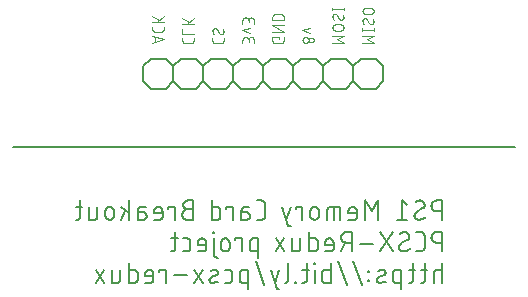
<source format=gbr>
G04 EAGLE Gerber RS-274X export*
G75*
%MOMM*%
%FSLAX34Y34*%
%LPD*%
%INSilkscreen Bottom*%
%IPPOS*%
%AMOC8*
5,1,8,0,0,1.08239X$1,22.5*%
G01*
%ADD10C,0.152400*%
%ADD11C,0.076200*%


D10*
X284030Y344170D02*
X708650Y344170D01*
X646938Y298958D02*
X646938Y282702D01*
X646938Y298958D02*
X642422Y298958D01*
X642289Y298956D01*
X642157Y298950D01*
X642025Y298940D01*
X641893Y298927D01*
X641761Y298909D01*
X641631Y298888D01*
X641500Y298863D01*
X641371Y298834D01*
X641243Y298801D01*
X641115Y298765D01*
X640989Y298725D01*
X640864Y298681D01*
X640740Y298633D01*
X640618Y298582D01*
X640497Y298527D01*
X640378Y298469D01*
X640260Y298407D01*
X640145Y298342D01*
X640031Y298273D01*
X639920Y298202D01*
X639811Y298126D01*
X639704Y298048D01*
X639599Y297967D01*
X639497Y297882D01*
X639397Y297795D01*
X639300Y297705D01*
X639205Y297612D01*
X639114Y297516D01*
X639025Y297418D01*
X638939Y297317D01*
X638856Y297213D01*
X638776Y297107D01*
X638700Y296999D01*
X638626Y296889D01*
X638556Y296776D01*
X638489Y296662D01*
X638426Y296545D01*
X638366Y296427D01*
X638309Y296307D01*
X638256Y296185D01*
X638207Y296062D01*
X638161Y295938D01*
X638119Y295812D01*
X638081Y295685D01*
X638046Y295557D01*
X638015Y295428D01*
X637988Y295299D01*
X637965Y295168D01*
X637945Y295037D01*
X637930Y294905D01*
X637918Y294773D01*
X637910Y294641D01*
X637906Y294508D01*
X637906Y294376D01*
X637910Y294243D01*
X637918Y294111D01*
X637930Y293979D01*
X637945Y293847D01*
X637965Y293716D01*
X637988Y293585D01*
X638015Y293456D01*
X638046Y293327D01*
X638081Y293199D01*
X638119Y293072D01*
X638161Y292946D01*
X638207Y292822D01*
X638256Y292699D01*
X638309Y292577D01*
X638366Y292457D01*
X638426Y292339D01*
X638489Y292222D01*
X638556Y292108D01*
X638626Y291995D01*
X638700Y291885D01*
X638776Y291777D01*
X638856Y291671D01*
X638939Y291567D01*
X639025Y291466D01*
X639114Y291368D01*
X639205Y291272D01*
X639300Y291179D01*
X639397Y291089D01*
X639497Y291002D01*
X639599Y290917D01*
X639704Y290836D01*
X639811Y290758D01*
X639920Y290682D01*
X640031Y290611D01*
X640145Y290542D01*
X640260Y290477D01*
X640378Y290415D01*
X640497Y290357D01*
X640618Y290302D01*
X640740Y290251D01*
X640864Y290203D01*
X640989Y290159D01*
X641115Y290119D01*
X641243Y290083D01*
X641371Y290050D01*
X641500Y290021D01*
X641631Y289996D01*
X641761Y289975D01*
X641893Y289957D01*
X642025Y289944D01*
X642157Y289934D01*
X642289Y289928D01*
X642422Y289926D01*
X642422Y289927D02*
X646938Y289927D01*
X627141Y282702D02*
X627023Y282704D01*
X626905Y282710D01*
X626787Y282719D01*
X626670Y282733D01*
X626553Y282750D01*
X626436Y282771D01*
X626321Y282796D01*
X626206Y282825D01*
X626092Y282858D01*
X625980Y282894D01*
X625869Y282934D01*
X625759Y282977D01*
X625650Y283024D01*
X625543Y283074D01*
X625438Y283129D01*
X625335Y283186D01*
X625234Y283247D01*
X625134Y283311D01*
X625037Y283378D01*
X624942Y283448D01*
X624850Y283522D01*
X624759Y283598D01*
X624672Y283678D01*
X624587Y283760D01*
X624505Y283845D01*
X624425Y283932D01*
X624349Y284023D01*
X624275Y284115D01*
X624205Y284210D01*
X624138Y284307D01*
X624074Y284407D01*
X624013Y284508D01*
X623956Y284611D01*
X623901Y284716D01*
X623851Y284823D01*
X623804Y284932D01*
X623761Y285042D01*
X623721Y285153D01*
X623685Y285265D01*
X623652Y285379D01*
X623623Y285494D01*
X623598Y285609D01*
X623577Y285726D01*
X623560Y285843D01*
X623546Y285960D01*
X623537Y286078D01*
X623531Y286196D01*
X623529Y286314D01*
X627141Y282702D02*
X627324Y282704D01*
X627506Y282711D01*
X627688Y282722D01*
X627870Y282737D01*
X628052Y282757D01*
X628233Y282781D01*
X628413Y282809D01*
X628593Y282841D01*
X628772Y282878D01*
X628949Y282919D01*
X629126Y282965D01*
X629302Y283014D01*
X629477Y283068D01*
X629650Y283126D01*
X629821Y283188D01*
X629992Y283254D01*
X630160Y283325D01*
X630327Y283399D01*
X630492Y283477D01*
X630655Y283559D01*
X630816Y283645D01*
X630975Y283735D01*
X631132Y283829D01*
X631286Y283926D01*
X631438Y284027D01*
X631588Y284132D01*
X631735Y284240D01*
X631879Y284351D01*
X632021Y284466D01*
X632160Y284585D01*
X632296Y284707D01*
X632429Y284832D01*
X632559Y284960D01*
X632108Y295346D02*
X632106Y295464D01*
X632100Y295582D01*
X632091Y295700D01*
X632077Y295817D01*
X632060Y295934D01*
X632039Y296051D01*
X632014Y296166D01*
X631985Y296281D01*
X631952Y296395D01*
X631916Y296507D01*
X631876Y296618D01*
X631833Y296728D01*
X631786Y296837D01*
X631736Y296944D01*
X631681Y297049D01*
X631624Y297152D01*
X631563Y297253D01*
X631499Y297353D01*
X631432Y297450D01*
X631362Y297545D01*
X631288Y297637D01*
X631212Y297728D01*
X631132Y297815D01*
X631050Y297900D01*
X630965Y297982D01*
X630878Y298062D01*
X630787Y298138D01*
X630695Y298212D01*
X630600Y298282D01*
X630503Y298349D01*
X630403Y298413D01*
X630302Y298474D01*
X630199Y298531D01*
X630094Y298586D01*
X629987Y298636D01*
X629878Y298683D01*
X629768Y298726D01*
X629657Y298766D01*
X629545Y298802D01*
X629431Y298835D01*
X629316Y298864D01*
X629201Y298889D01*
X629084Y298910D01*
X628967Y298927D01*
X628850Y298941D01*
X628732Y298950D01*
X628614Y298956D01*
X628496Y298958D01*
X628335Y298956D01*
X628173Y298950D01*
X628012Y298941D01*
X627851Y298927D01*
X627691Y298910D01*
X627531Y298889D01*
X627371Y298864D01*
X627212Y298835D01*
X627054Y298803D01*
X626897Y298767D01*
X626741Y298727D01*
X626585Y298683D01*
X626431Y298635D01*
X626278Y298584D01*
X626126Y298530D01*
X625975Y298471D01*
X625826Y298410D01*
X625679Y298344D01*
X625533Y298275D01*
X625388Y298203D01*
X625246Y298127D01*
X625105Y298048D01*
X624966Y297966D01*
X624830Y297880D01*
X624695Y297791D01*
X624562Y297699D01*
X624432Y297603D01*
X630302Y292185D02*
X630403Y292247D01*
X630503Y292312D01*
X630600Y292381D01*
X630695Y292453D01*
X630788Y292527D01*
X630878Y292605D01*
X630966Y292686D01*
X631051Y292769D01*
X631133Y292855D01*
X631212Y292944D01*
X631289Y293035D01*
X631362Y293129D01*
X631433Y293225D01*
X631500Y293323D01*
X631564Y293423D01*
X631625Y293526D01*
X631682Y293630D01*
X631736Y293736D01*
X631786Y293844D01*
X631833Y293953D01*
X631877Y294064D01*
X631917Y294176D01*
X631953Y294290D01*
X631985Y294404D01*
X632014Y294520D01*
X632039Y294636D01*
X632060Y294753D01*
X632077Y294871D01*
X632091Y294989D01*
X632100Y295108D01*
X632106Y295227D01*
X632108Y295346D01*
X625335Y289475D02*
X625234Y289413D01*
X625134Y289348D01*
X625037Y289279D01*
X624942Y289207D01*
X624849Y289133D01*
X624759Y289055D01*
X624671Y288974D01*
X624586Y288891D01*
X624504Y288805D01*
X624425Y288716D01*
X624348Y288625D01*
X624275Y288531D01*
X624204Y288435D01*
X624137Y288337D01*
X624073Y288237D01*
X624012Y288134D01*
X623955Y288030D01*
X623901Y287924D01*
X623851Y287816D01*
X623804Y287707D01*
X623760Y287596D01*
X623720Y287484D01*
X623684Y287370D01*
X623652Y287256D01*
X623623Y287140D01*
X623598Y287024D01*
X623577Y286907D01*
X623560Y286789D01*
X623546Y286671D01*
X623537Y286552D01*
X623531Y286433D01*
X623529Y286314D01*
X625335Y289475D02*
X630302Y292185D01*
X617450Y295346D02*
X612934Y298958D01*
X612934Y282702D01*
X608419Y282702D02*
X617450Y282702D01*
X592822Y282702D02*
X592822Y298958D01*
X587403Y289927D01*
X581984Y298958D01*
X581984Y282702D01*
X572154Y282702D02*
X567638Y282702D01*
X572154Y282702D02*
X572255Y282704D01*
X572356Y282710D01*
X572457Y282719D01*
X572558Y282732D01*
X572658Y282749D01*
X572757Y282770D01*
X572855Y282794D01*
X572952Y282822D01*
X573049Y282854D01*
X573144Y282889D01*
X573237Y282928D01*
X573329Y282970D01*
X573420Y283016D01*
X573509Y283065D01*
X573595Y283117D01*
X573680Y283173D01*
X573763Y283231D01*
X573843Y283293D01*
X573921Y283358D01*
X573997Y283425D01*
X574070Y283495D01*
X574140Y283568D01*
X574207Y283644D01*
X574272Y283722D01*
X574334Y283802D01*
X574392Y283885D01*
X574448Y283970D01*
X574500Y284057D01*
X574549Y284145D01*
X574595Y284236D01*
X574637Y284328D01*
X574676Y284421D01*
X574711Y284516D01*
X574743Y284613D01*
X574771Y284710D01*
X574795Y284808D01*
X574816Y284907D01*
X574833Y285007D01*
X574846Y285108D01*
X574855Y285209D01*
X574861Y285310D01*
X574863Y285411D01*
X574863Y289927D01*
X574861Y290046D01*
X574855Y290166D01*
X574845Y290285D01*
X574831Y290403D01*
X574814Y290522D01*
X574792Y290639D01*
X574767Y290756D01*
X574737Y290871D01*
X574704Y290986D01*
X574667Y291100D01*
X574627Y291212D01*
X574582Y291323D01*
X574534Y291432D01*
X574483Y291540D01*
X574428Y291646D01*
X574369Y291750D01*
X574307Y291852D01*
X574242Y291952D01*
X574173Y292050D01*
X574101Y292146D01*
X574026Y292239D01*
X573949Y292329D01*
X573868Y292417D01*
X573784Y292502D01*
X573697Y292584D01*
X573608Y292664D01*
X573516Y292740D01*
X573422Y292814D01*
X573325Y292884D01*
X573227Y292951D01*
X573126Y293015D01*
X573022Y293075D01*
X572917Y293132D01*
X572810Y293185D01*
X572702Y293235D01*
X572592Y293281D01*
X572480Y293323D01*
X572367Y293362D01*
X572253Y293397D01*
X572138Y293428D01*
X572021Y293456D01*
X571904Y293479D01*
X571787Y293499D01*
X571668Y293515D01*
X571549Y293527D01*
X571430Y293535D01*
X571311Y293539D01*
X571191Y293539D01*
X571072Y293535D01*
X570953Y293527D01*
X570834Y293515D01*
X570715Y293499D01*
X570598Y293479D01*
X570481Y293456D01*
X570364Y293428D01*
X570249Y293397D01*
X570135Y293362D01*
X570022Y293323D01*
X569910Y293281D01*
X569800Y293235D01*
X569692Y293185D01*
X569585Y293132D01*
X569480Y293075D01*
X569376Y293015D01*
X569275Y292951D01*
X569177Y292884D01*
X569080Y292814D01*
X568986Y292740D01*
X568894Y292664D01*
X568805Y292584D01*
X568718Y292502D01*
X568634Y292417D01*
X568553Y292329D01*
X568476Y292239D01*
X568401Y292146D01*
X568329Y292050D01*
X568260Y291952D01*
X568195Y291852D01*
X568133Y291750D01*
X568074Y291646D01*
X568019Y291540D01*
X567968Y291432D01*
X567920Y291323D01*
X567875Y291212D01*
X567835Y291100D01*
X567798Y290986D01*
X567765Y290871D01*
X567735Y290756D01*
X567710Y290639D01*
X567688Y290522D01*
X567671Y290403D01*
X567657Y290285D01*
X567647Y290166D01*
X567641Y290046D01*
X567639Y289927D01*
X567638Y289927D02*
X567638Y288121D01*
X574863Y288121D01*
X560517Y282702D02*
X560517Y293539D01*
X552389Y293539D01*
X552288Y293537D01*
X552187Y293531D01*
X552086Y293522D01*
X551985Y293509D01*
X551885Y293492D01*
X551786Y293471D01*
X551688Y293447D01*
X551591Y293419D01*
X551494Y293387D01*
X551399Y293352D01*
X551306Y293313D01*
X551214Y293271D01*
X551123Y293225D01*
X551035Y293176D01*
X550948Y293124D01*
X550863Y293068D01*
X550780Y293010D01*
X550700Y292948D01*
X550622Y292883D01*
X550546Y292816D01*
X550473Y292746D01*
X550403Y292673D01*
X550336Y292597D01*
X550271Y292519D01*
X550209Y292439D01*
X550151Y292356D01*
X550095Y292271D01*
X550043Y292185D01*
X549994Y292096D01*
X549948Y292005D01*
X549906Y291913D01*
X549867Y291820D01*
X549832Y291725D01*
X549800Y291628D01*
X549772Y291531D01*
X549748Y291433D01*
X549727Y291334D01*
X549710Y291234D01*
X549697Y291133D01*
X549688Y291032D01*
X549682Y290931D01*
X549680Y290830D01*
X549680Y282702D01*
X555099Y282702D02*
X555099Y293539D01*
X542559Y289927D02*
X542559Y286314D01*
X542558Y289927D02*
X542556Y290046D01*
X542550Y290166D01*
X542540Y290285D01*
X542526Y290403D01*
X542509Y290522D01*
X542487Y290639D01*
X542462Y290756D01*
X542432Y290871D01*
X542399Y290986D01*
X542362Y291100D01*
X542322Y291212D01*
X542277Y291323D01*
X542229Y291432D01*
X542178Y291540D01*
X542123Y291646D01*
X542064Y291750D01*
X542002Y291852D01*
X541937Y291952D01*
X541868Y292050D01*
X541796Y292146D01*
X541721Y292239D01*
X541644Y292329D01*
X541563Y292417D01*
X541479Y292502D01*
X541392Y292584D01*
X541303Y292664D01*
X541211Y292740D01*
X541117Y292814D01*
X541020Y292884D01*
X540922Y292951D01*
X540821Y293015D01*
X540717Y293075D01*
X540612Y293132D01*
X540505Y293185D01*
X540397Y293235D01*
X540287Y293281D01*
X540175Y293323D01*
X540062Y293362D01*
X539948Y293397D01*
X539833Y293428D01*
X539716Y293456D01*
X539599Y293479D01*
X539482Y293499D01*
X539363Y293515D01*
X539244Y293527D01*
X539125Y293535D01*
X539006Y293539D01*
X538886Y293539D01*
X538767Y293535D01*
X538648Y293527D01*
X538529Y293515D01*
X538410Y293499D01*
X538293Y293479D01*
X538176Y293456D01*
X538059Y293428D01*
X537944Y293397D01*
X537830Y293362D01*
X537717Y293323D01*
X537605Y293281D01*
X537495Y293235D01*
X537387Y293185D01*
X537280Y293132D01*
X537175Y293075D01*
X537071Y293015D01*
X536970Y292951D01*
X536872Y292884D01*
X536775Y292814D01*
X536681Y292740D01*
X536589Y292664D01*
X536500Y292584D01*
X536413Y292502D01*
X536329Y292417D01*
X536248Y292329D01*
X536171Y292239D01*
X536096Y292146D01*
X536024Y292050D01*
X535955Y291952D01*
X535890Y291852D01*
X535828Y291750D01*
X535769Y291646D01*
X535714Y291540D01*
X535663Y291432D01*
X535615Y291323D01*
X535570Y291212D01*
X535530Y291100D01*
X535493Y290986D01*
X535460Y290871D01*
X535430Y290756D01*
X535405Y290639D01*
X535383Y290522D01*
X535366Y290403D01*
X535352Y290285D01*
X535342Y290166D01*
X535336Y290046D01*
X535334Y289927D01*
X535334Y286314D01*
X535336Y286195D01*
X535342Y286075D01*
X535352Y285956D01*
X535366Y285838D01*
X535383Y285719D01*
X535405Y285602D01*
X535430Y285485D01*
X535460Y285370D01*
X535493Y285255D01*
X535530Y285141D01*
X535570Y285029D01*
X535615Y284918D01*
X535663Y284809D01*
X535714Y284701D01*
X535769Y284595D01*
X535828Y284491D01*
X535890Y284389D01*
X535955Y284289D01*
X536024Y284191D01*
X536096Y284095D01*
X536171Y284002D01*
X536248Y283912D01*
X536329Y283824D01*
X536413Y283739D01*
X536500Y283657D01*
X536589Y283577D01*
X536681Y283501D01*
X536775Y283427D01*
X536872Y283357D01*
X536970Y283290D01*
X537071Y283226D01*
X537175Y283166D01*
X537280Y283109D01*
X537387Y283056D01*
X537495Y283006D01*
X537605Y282960D01*
X537717Y282918D01*
X537830Y282879D01*
X537944Y282844D01*
X538059Y282813D01*
X538176Y282785D01*
X538293Y282762D01*
X538410Y282742D01*
X538529Y282726D01*
X538648Y282714D01*
X538767Y282706D01*
X538886Y282702D01*
X539006Y282702D01*
X539125Y282706D01*
X539244Y282714D01*
X539363Y282726D01*
X539482Y282742D01*
X539599Y282762D01*
X539716Y282785D01*
X539833Y282813D01*
X539948Y282844D01*
X540062Y282879D01*
X540175Y282918D01*
X540287Y282960D01*
X540397Y283006D01*
X540505Y283056D01*
X540612Y283109D01*
X540717Y283166D01*
X540821Y283226D01*
X540922Y283290D01*
X541020Y283357D01*
X541117Y283427D01*
X541211Y283501D01*
X541303Y283577D01*
X541392Y283657D01*
X541479Y283739D01*
X541563Y283824D01*
X541644Y283912D01*
X541721Y284002D01*
X541796Y284095D01*
X541868Y284191D01*
X541937Y284289D01*
X542002Y284389D01*
X542064Y284491D01*
X542123Y284595D01*
X542178Y284701D01*
X542229Y284809D01*
X542277Y284918D01*
X542322Y285029D01*
X542362Y285141D01*
X542399Y285255D01*
X542432Y285370D01*
X542462Y285485D01*
X542487Y285602D01*
X542509Y285719D01*
X542526Y285838D01*
X542540Y285956D01*
X542550Y286075D01*
X542556Y286195D01*
X542558Y286314D01*
X528406Y282702D02*
X528406Y293539D01*
X522987Y293539D01*
X522987Y291733D01*
X518591Y277283D02*
X516785Y277283D01*
X511366Y293539D01*
X518591Y293539D02*
X514978Y282702D01*
X493516Y282702D02*
X489904Y282702D01*
X493516Y282702D02*
X493634Y282704D01*
X493752Y282710D01*
X493870Y282719D01*
X493987Y282733D01*
X494104Y282750D01*
X494221Y282771D01*
X494336Y282796D01*
X494451Y282825D01*
X494565Y282858D01*
X494677Y282894D01*
X494788Y282934D01*
X494898Y282977D01*
X495007Y283024D01*
X495114Y283074D01*
X495219Y283129D01*
X495322Y283186D01*
X495423Y283247D01*
X495523Y283311D01*
X495620Y283378D01*
X495715Y283448D01*
X495807Y283522D01*
X495898Y283598D01*
X495985Y283678D01*
X496070Y283760D01*
X496152Y283845D01*
X496232Y283932D01*
X496308Y284023D01*
X496382Y284115D01*
X496452Y284210D01*
X496519Y284307D01*
X496583Y284407D01*
X496644Y284508D01*
X496701Y284611D01*
X496756Y284716D01*
X496806Y284823D01*
X496853Y284932D01*
X496896Y285042D01*
X496936Y285153D01*
X496972Y285265D01*
X497005Y285379D01*
X497034Y285494D01*
X497059Y285609D01*
X497080Y285726D01*
X497097Y285843D01*
X497111Y285960D01*
X497120Y286078D01*
X497126Y286196D01*
X497128Y286314D01*
X497129Y286314D02*
X497129Y295346D01*
X497128Y295346D02*
X497126Y295464D01*
X497120Y295582D01*
X497111Y295700D01*
X497097Y295817D01*
X497080Y295934D01*
X497059Y296051D01*
X497034Y296166D01*
X497005Y296281D01*
X496972Y296395D01*
X496936Y296507D01*
X496896Y296618D01*
X496853Y296728D01*
X496806Y296837D01*
X496756Y296944D01*
X496701Y297049D01*
X496644Y297152D01*
X496583Y297253D01*
X496519Y297353D01*
X496452Y297450D01*
X496382Y297545D01*
X496308Y297637D01*
X496232Y297728D01*
X496152Y297815D01*
X496070Y297900D01*
X495985Y297982D01*
X495898Y298062D01*
X495807Y298138D01*
X495715Y298212D01*
X495620Y298282D01*
X495523Y298349D01*
X495423Y298413D01*
X495322Y298474D01*
X495219Y298531D01*
X495114Y298586D01*
X495007Y298636D01*
X494898Y298683D01*
X494788Y298726D01*
X494677Y298766D01*
X494565Y298802D01*
X494451Y298835D01*
X494336Y298864D01*
X494221Y298889D01*
X494104Y298910D01*
X493987Y298927D01*
X493870Y298941D01*
X493752Y298950D01*
X493634Y298956D01*
X493516Y298958D01*
X489904Y298958D01*
X481115Y289024D02*
X477051Y289024D01*
X481115Y289024D02*
X481227Y289022D01*
X481338Y289016D01*
X481449Y289006D01*
X481560Y288993D01*
X481670Y288975D01*
X481779Y288953D01*
X481888Y288928D01*
X481996Y288899D01*
X482102Y288866D01*
X482208Y288829D01*
X482312Y288789D01*
X482414Y288745D01*
X482515Y288697D01*
X482614Y288646D01*
X482712Y288591D01*
X482807Y288533D01*
X482900Y288472D01*
X482991Y288407D01*
X483080Y288339D01*
X483166Y288268D01*
X483249Y288195D01*
X483330Y288118D01*
X483409Y288038D01*
X483484Y287956D01*
X483556Y287871D01*
X483626Y287784D01*
X483692Y287694D01*
X483755Y287602D01*
X483815Y287507D01*
X483871Y287411D01*
X483924Y287313D01*
X483973Y287213D01*
X484019Y287111D01*
X484061Y287008D01*
X484100Y286903D01*
X484135Y286797D01*
X484166Y286690D01*
X484193Y286582D01*
X484217Y286473D01*
X484236Y286363D01*
X484252Y286253D01*
X484264Y286142D01*
X484272Y286030D01*
X484276Y285919D01*
X484276Y285807D01*
X484272Y285696D01*
X484264Y285584D01*
X484252Y285473D01*
X484236Y285363D01*
X484217Y285253D01*
X484193Y285144D01*
X484166Y285036D01*
X484135Y284929D01*
X484100Y284823D01*
X484061Y284718D01*
X484019Y284615D01*
X483973Y284513D01*
X483924Y284413D01*
X483871Y284315D01*
X483815Y284219D01*
X483755Y284124D01*
X483692Y284032D01*
X483626Y283942D01*
X483556Y283855D01*
X483484Y283770D01*
X483409Y283688D01*
X483330Y283608D01*
X483249Y283531D01*
X483166Y283458D01*
X483080Y283387D01*
X482991Y283319D01*
X482900Y283254D01*
X482807Y283193D01*
X482712Y283135D01*
X482614Y283080D01*
X482515Y283029D01*
X482414Y282981D01*
X482312Y282937D01*
X482208Y282897D01*
X482102Y282860D01*
X481996Y282827D01*
X481888Y282798D01*
X481779Y282773D01*
X481670Y282751D01*
X481560Y282733D01*
X481449Y282720D01*
X481338Y282710D01*
X481227Y282704D01*
X481115Y282702D01*
X477051Y282702D01*
X477051Y290830D01*
X477053Y290931D01*
X477059Y291032D01*
X477068Y291133D01*
X477081Y291234D01*
X477098Y291334D01*
X477119Y291433D01*
X477143Y291531D01*
X477171Y291628D01*
X477203Y291725D01*
X477238Y291820D01*
X477277Y291913D01*
X477319Y292005D01*
X477365Y292096D01*
X477414Y292185D01*
X477466Y292271D01*
X477522Y292356D01*
X477580Y292439D01*
X477642Y292519D01*
X477707Y292597D01*
X477774Y292673D01*
X477844Y292746D01*
X477917Y292816D01*
X477993Y292883D01*
X478071Y292948D01*
X478151Y293010D01*
X478234Y293068D01*
X478319Y293124D01*
X478406Y293176D01*
X478494Y293225D01*
X478585Y293271D01*
X478677Y293313D01*
X478770Y293352D01*
X478865Y293387D01*
X478962Y293419D01*
X479059Y293447D01*
X479157Y293471D01*
X479256Y293492D01*
X479356Y293509D01*
X479457Y293522D01*
X479558Y293531D01*
X479659Y293537D01*
X479760Y293539D01*
X483372Y293539D01*
X469528Y293539D02*
X469528Y282702D01*
X469528Y293539D02*
X464110Y293539D01*
X464110Y291733D01*
X452041Y298958D02*
X452041Y282702D01*
X456556Y282702D01*
X456657Y282704D01*
X456758Y282710D01*
X456859Y282719D01*
X456960Y282732D01*
X457060Y282749D01*
X457159Y282770D01*
X457257Y282794D01*
X457354Y282822D01*
X457451Y282854D01*
X457546Y282889D01*
X457639Y282928D01*
X457731Y282970D01*
X457822Y283016D01*
X457911Y283065D01*
X457997Y283117D01*
X458082Y283173D01*
X458165Y283231D01*
X458245Y283293D01*
X458323Y283358D01*
X458399Y283425D01*
X458472Y283495D01*
X458542Y283568D01*
X458609Y283644D01*
X458674Y283722D01*
X458736Y283802D01*
X458794Y283885D01*
X458850Y283970D01*
X458902Y284057D01*
X458951Y284145D01*
X458997Y284236D01*
X459039Y284328D01*
X459078Y284421D01*
X459113Y284516D01*
X459145Y284613D01*
X459173Y284710D01*
X459197Y284808D01*
X459218Y284907D01*
X459235Y285007D01*
X459248Y285108D01*
X459257Y285209D01*
X459263Y285310D01*
X459265Y285411D01*
X459266Y285411D02*
X459266Y290830D01*
X459265Y290830D02*
X459263Y290931D01*
X459257Y291032D01*
X459248Y291133D01*
X459235Y291234D01*
X459218Y291334D01*
X459197Y291433D01*
X459173Y291531D01*
X459145Y291628D01*
X459113Y291725D01*
X459078Y291820D01*
X459039Y291913D01*
X458997Y292005D01*
X458951Y292096D01*
X458902Y292185D01*
X458850Y292271D01*
X458794Y292356D01*
X458736Y292439D01*
X458674Y292519D01*
X458609Y292597D01*
X458542Y292673D01*
X458472Y292746D01*
X458399Y292816D01*
X458323Y292883D01*
X458245Y292948D01*
X458165Y293010D01*
X458082Y293068D01*
X457997Y293124D01*
X457911Y293176D01*
X457822Y293225D01*
X457731Y293271D01*
X457639Y293313D01*
X457546Y293352D01*
X457451Y293387D01*
X457354Y293419D01*
X457257Y293447D01*
X457159Y293471D01*
X457060Y293492D01*
X456960Y293509D01*
X456859Y293522D01*
X456758Y293531D01*
X456657Y293537D01*
X456556Y293539D01*
X452041Y293539D01*
X435917Y291733D02*
X431401Y291733D01*
X431401Y291734D02*
X431268Y291732D01*
X431136Y291726D01*
X431004Y291716D01*
X430872Y291703D01*
X430740Y291685D01*
X430610Y291664D01*
X430479Y291639D01*
X430350Y291610D01*
X430222Y291577D01*
X430094Y291541D01*
X429968Y291501D01*
X429843Y291457D01*
X429719Y291409D01*
X429597Y291358D01*
X429476Y291303D01*
X429357Y291245D01*
X429239Y291183D01*
X429124Y291118D01*
X429010Y291049D01*
X428899Y290978D01*
X428790Y290902D01*
X428683Y290824D01*
X428578Y290743D01*
X428476Y290658D01*
X428376Y290571D01*
X428279Y290481D01*
X428184Y290388D01*
X428093Y290292D01*
X428004Y290194D01*
X427918Y290093D01*
X427835Y289989D01*
X427755Y289883D01*
X427679Y289775D01*
X427605Y289665D01*
X427535Y289552D01*
X427468Y289438D01*
X427405Y289321D01*
X427345Y289203D01*
X427288Y289083D01*
X427235Y288961D01*
X427186Y288838D01*
X427140Y288714D01*
X427098Y288588D01*
X427060Y288461D01*
X427025Y288333D01*
X426994Y288204D01*
X426967Y288075D01*
X426944Y287944D01*
X426924Y287813D01*
X426909Y287681D01*
X426897Y287549D01*
X426889Y287417D01*
X426885Y287284D01*
X426885Y287152D01*
X426889Y287019D01*
X426897Y286887D01*
X426909Y286755D01*
X426924Y286623D01*
X426944Y286492D01*
X426967Y286361D01*
X426994Y286232D01*
X427025Y286103D01*
X427060Y285975D01*
X427098Y285848D01*
X427140Y285722D01*
X427186Y285598D01*
X427235Y285475D01*
X427288Y285353D01*
X427345Y285233D01*
X427405Y285115D01*
X427468Y284998D01*
X427535Y284884D01*
X427605Y284771D01*
X427679Y284661D01*
X427755Y284553D01*
X427835Y284447D01*
X427918Y284343D01*
X428004Y284242D01*
X428093Y284144D01*
X428184Y284048D01*
X428279Y283955D01*
X428376Y283865D01*
X428476Y283778D01*
X428578Y283693D01*
X428683Y283612D01*
X428790Y283534D01*
X428899Y283458D01*
X429010Y283387D01*
X429124Y283318D01*
X429239Y283253D01*
X429357Y283191D01*
X429476Y283133D01*
X429597Y283078D01*
X429719Y283027D01*
X429843Y282979D01*
X429968Y282935D01*
X430094Y282895D01*
X430222Y282859D01*
X430350Y282826D01*
X430479Y282797D01*
X430610Y282772D01*
X430740Y282751D01*
X430872Y282733D01*
X431004Y282720D01*
X431136Y282710D01*
X431268Y282704D01*
X431401Y282702D01*
X435917Y282702D01*
X435917Y298958D01*
X431401Y298958D01*
X431282Y298956D01*
X431162Y298950D01*
X431043Y298940D01*
X430925Y298926D01*
X430806Y298909D01*
X430689Y298887D01*
X430572Y298862D01*
X430457Y298832D01*
X430342Y298799D01*
X430228Y298762D01*
X430116Y298722D01*
X430005Y298677D01*
X429896Y298629D01*
X429788Y298578D01*
X429682Y298523D01*
X429578Y298464D01*
X429476Y298402D01*
X429376Y298337D01*
X429278Y298268D01*
X429182Y298196D01*
X429089Y298121D01*
X428999Y298044D01*
X428911Y297963D01*
X428826Y297879D01*
X428744Y297792D01*
X428664Y297703D01*
X428588Y297611D01*
X428514Y297517D01*
X428444Y297420D01*
X428377Y297322D01*
X428313Y297221D01*
X428253Y297117D01*
X428196Y297012D01*
X428143Y296905D01*
X428093Y296797D01*
X428047Y296687D01*
X428005Y296575D01*
X427966Y296462D01*
X427931Y296348D01*
X427900Y296233D01*
X427872Y296116D01*
X427849Y295999D01*
X427829Y295882D01*
X427813Y295763D01*
X427801Y295644D01*
X427793Y295525D01*
X427789Y295406D01*
X427789Y295286D01*
X427793Y295167D01*
X427801Y295048D01*
X427813Y294929D01*
X427829Y294810D01*
X427849Y294693D01*
X427872Y294576D01*
X427900Y294459D01*
X427931Y294344D01*
X427966Y294230D01*
X428005Y294117D01*
X428047Y294005D01*
X428093Y293895D01*
X428143Y293787D01*
X428196Y293680D01*
X428253Y293575D01*
X428313Y293471D01*
X428377Y293370D01*
X428444Y293272D01*
X428514Y293175D01*
X428588Y293081D01*
X428664Y292989D01*
X428744Y292900D01*
X428826Y292813D01*
X428911Y292729D01*
X428999Y292648D01*
X429089Y292571D01*
X429182Y292496D01*
X429278Y292424D01*
X429376Y292355D01*
X429476Y292290D01*
X429578Y292228D01*
X429682Y292169D01*
X429788Y292114D01*
X429896Y292063D01*
X430005Y292015D01*
X430116Y291970D01*
X430228Y291930D01*
X430342Y291893D01*
X430457Y291860D01*
X430572Y291830D01*
X430689Y291805D01*
X430806Y291783D01*
X430925Y291766D01*
X431043Y291752D01*
X431162Y291742D01*
X431282Y291736D01*
X431401Y291734D01*
X420550Y293539D02*
X420550Y282702D01*
X420550Y293539D02*
X415132Y293539D01*
X415132Y291733D01*
X407505Y282702D02*
X402990Y282702D01*
X407505Y282702D02*
X407606Y282704D01*
X407707Y282710D01*
X407808Y282719D01*
X407909Y282732D01*
X408009Y282749D01*
X408108Y282770D01*
X408206Y282794D01*
X408303Y282822D01*
X408400Y282854D01*
X408495Y282889D01*
X408588Y282928D01*
X408680Y282970D01*
X408771Y283016D01*
X408860Y283065D01*
X408946Y283117D01*
X409031Y283173D01*
X409114Y283231D01*
X409194Y283293D01*
X409272Y283358D01*
X409348Y283425D01*
X409421Y283495D01*
X409491Y283568D01*
X409558Y283644D01*
X409623Y283722D01*
X409685Y283802D01*
X409743Y283885D01*
X409799Y283970D01*
X409851Y284057D01*
X409900Y284145D01*
X409946Y284236D01*
X409988Y284328D01*
X410027Y284421D01*
X410062Y284516D01*
X410094Y284613D01*
X410122Y284710D01*
X410146Y284808D01*
X410167Y284907D01*
X410184Y285007D01*
X410197Y285108D01*
X410206Y285209D01*
X410212Y285310D01*
X410214Y285411D01*
X410214Y289927D01*
X410212Y290046D01*
X410206Y290166D01*
X410196Y290285D01*
X410182Y290403D01*
X410165Y290522D01*
X410143Y290639D01*
X410118Y290756D01*
X410088Y290871D01*
X410055Y290986D01*
X410018Y291100D01*
X409978Y291212D01*
X409933Y291323D01*
X409885Y291432D01*
X409834Y291540D01*
X409779Y291646D01*
X409720Y291750D01*
X409658Y291852D01*
X409593Y291952D01*
X409524Y292050D01*
X409452Y292146D01*
X409377Y292239D01*
X409300Y292329D01*
X409219Y292417D01*
X409135Y292502D01*
X409048Y292584D01*
X408959Y292664D01*
X408867Y292740D01*
X408773Y292814D01*
X408676Y292884D01*
X408578Y292951D01*
X408477Y293015D01*
X408373Y293075D01*
X408268Y293132D01*
X408161Y293185D01*
X408053Y293235D01*
X407943Y293281D01*
X407831Y293323D01*
X407718Y293362D01*
X407604Y293397D01*
X407489Y293428D01*
X407372Y293456D01*
X407255Y293479D01*
X407138Y293499D01*
X407019Y293515D01*
X406900Y293527D01*
X406781Y293535D01*
X406662Y293539D01*
X406542Y293539D01*
X406423Y293535D01*
X406304Y293527D01*
X406185Y293515D01*
X406066Y293499D01*
X405949Y293479D01*
X405832Y293456D01*
X405715Y293428D01*
X405600Y293397D01*
X405486Y293362D01*
X405373Y293323D01*
X405261Y293281D01*
X405151Y293235D01*
X405043Y293185D01*
X404936Y293132D01*
X404831Y293075D01*
X404727Y293015D01*
X404626Y292951D01*
X404528Y292884D01*
X404431Y292814D01*
X404337Y292740D01*
X404245Y292664D01*
X404156Y292584D01*
X404069Y292502D01*
X403985Y292417D01*
X403904Y292329D01*
X403827Y292239D01*
X403752Y292146D01*
X403680Y292050D01*
X403611Y291952D01*
X403546Y291852D01*
X403484Y291750D01*
X403425Y291646D01*
X403370Y291540D01*
X403319Y291432D01*
X403271Y291323D01*
X403226Y291212D01*
X403186Y291100D01*
X403149Y290986D01*
X403116Y290871D01*
X403086Y290756D01*
X403061Y290639D01*
X403039Y290522D01*
X403022Y290403D01*
X403008Y290285D01*
X402998Y290166D01*
X402992Y290046D01*
X402990Y289927D01*
X402990Y288121D01*
X410214Y288121D01*
X393580Y289024D02*
X389516Y289024D01*
X393580Y289024D02*
X393692Y289022D01*
X393803Y289016D01*
X393914Y289006D01*
X394025Y288993D01*
X394135Y288975D01*
X394244Y288953D01*
X394353Y288928D01*
X394461Y288899D01*
X394567Y288866D01*
X394673Y288829D01*
X394777Y288789D01*
X394879Y288745D01*
X394980Y288697D01*
X395079Y288646D01*
X395177Y288591D01*
X395272Y288533D01*
X395365Y288472D01*
X395456Y288407D01*
X395545Y288339D01*
X395631Y288268D01*
X395714Y288195D01*
X395795Y288118D01*
X395874Y288038D01*
X395949Y287956D01*
X396021Y287871D01*
X396091Y287784D01*
X396157Y287694D01*
X396220Y287602D01*
X396280Y287507D01*
X396336Y287411D01*
X396389Y287313D01*
X396438Y287213D01*
X396484Y287111D01*
X396526Y287008D01*
X396565Y286903D01*
X396600Y286797D01*
X396631Y286690D01*
X396658Y286582D01*
X396682Y286473D01*
X396701Y286363D01*
X396717Y286253D01*
X396729Y286142D01*
X396737Y286030D01*
X396741Y285919D01*
X396741Y285807D01*
X396737Y285696D01*
X396729Y285584D01*
X396717Y285473D01*
X396701Y285363D01*
X396682Y285253D01*
X396658Y285144D01*
X396631Y285036D01*
X396600Y284929D01*
X396565Y284823D01*
X396526Y284718D01*
X396484Y284615D01*
X396438Y284513D01*
X396389Y284413D01*
X396336Y284315D01*
X396280Y284219D01*
X396220Y284124D01*
X396157Y284032D01*
X396091Y283942D01*
X396021Y283855D01*
X395949Y283770D01*
X395874Y283688D01*
X395795Y283608D01*
X395714Y283531D01*
X395631Y283458D01*
X395545Y283387D01*
X395456Y283319D01*
X395365Y283254D01*
X395272Y283193D01*
X395177Y283135D01*
X395079Y283080D01*
X394980Y283029D01*
X394879Y282981D01*
X394777Y282937D01*
X394673Y282897D01*
X394567Y282860D01*
X394461Y282827D01*
X394353Y282798D01*
X394244Y282773D01*
X394135Y282751D01*
X394025Y282733D01*
X393914Y282720D01*
X393803Y282710D01*
X393692Y282704D01*
X393580Y282702D01*
X389516Y282702D01*
X389516Y290830D01*
X389518Y290931D01*
X389524Y291032D01*
X389533Y291133D01*
X389546Y291234D01*
X389563Y291334D01*
X389584Y291433D01*
X389608Y291531D01*
X389636Y291628D01*
X389668Y291725D01*
X389703Y291820D01*
X389742Y291913D01*
X389784Y292005D01*
X389830Y292096D01*
X389879Y292185D01*
X389931Y292271D01*
X389987Y292356D01*
X390045Y292439D01*
X390107Y292519D01*
X390172Y292597D01*
X390239Y292673D01*
X390309Y292746D01*
X390382Y292816D01*
X390458Y292883D01*
X390536Y292948D01*
X390616Y293010D01*
X390699Y293068D01*
X390784Y293124D01*
X390871Y293176D01*
X390959Y293225D01*
X391050Y293271D01*
X391142Y293313D01*
X391235Y293352D01*
X391330Y293387D01*
X391427Y293419D01*
X391524Y293447D01*
X391622Y293471D01*
X391721Y293492D01*
X391821Y293509D01*
X391922Y293522D01*
X392023Y293531D01*
X392124Y293537D01*
X392225Y293539D01*
X395838Y293539D01*
X381910Y298958D02*
X381910Y282702D01*
X381910Y288121D02*
X374685Y293539D01*
X378749Y290378D02*
X374685Y282702D01*
X369052Y286314D02*
X369052Y289927D01*
X369050Y290046D01*
X369044Y290166D01*
X369034Y290285D01*
X369020Y290403D01*
X369003Y290522D01*
X368981Y290639D01*
X368956Y290756D01*
X368926Y290871D01*
X368893Y290986D01*
X368856Y291100D01*
X368816Y291212D01*
X368771Y291323D01*
X368723Y291432D01*
X368672Y291540D01*
X368617Y291646D01*
X368558Y291750D01*
X368496Y291852D01*
X368431Y291952D01*
X368362Y292050D01*
X368290Y292146D01*
X368215Y292239D01*
X368138Y292329D01*
X368057Y292417D01*
X367973Y292502D01*
X367886Y292584D01*
X367797Y292664D01*
X367705Y292740D01*
X367611Y292814D01*
X367514Y292884D01*
X367416Y292951D01*
X367315Y293015D01*
X367211Y293075D01*
X367106Y293132D01*
X366999Y293185D01*
X366891Y293235D01*
X366781Y293281D01*
X366669Y293323D01*
X366556Y293362D01*
X366442Y293397D01*
X366327Y293428D01*
X366210Y293456D01*
X366093Y293479D01*
X365976Y293499D01*
X365857Y293515D01*
X365738Y293527D01*
X365619Y293535D01*
X365500Y293539D01*
X365380Y293539D01*
X365261Y293535D01*
X365142Y293527D01*
X365023Y293515D01*
X364904Y293499D01*
X364787Y293479D01*
X364670Y293456D01*
X364553Y293428D01*
X364438Y293397D01*
X364324Y293362D01*
X364211Y293323D01*
X364099Y293281D01*
X363989Y293235D01*
X363881Y293185D01*
X363774Y293132D01*
X363669Y293075D01*
X363565Y293015D01*
X363464Y292951D01*
X363366Y292884D01*
X363269Y292814D01*
X363175Y292740D01*
X363083Y292664D01*
X362994Y292584D01*
X362907Y292502D01*
X362823Y292417D01*
X362742Y292329D01*
X362665Y292239D01*
X362590Y292146D01*
X362518Y292050D01*
X362449Y291952D01*
X362384Y291852D01*
X362322Y291750D01*
X362263Y291646D01*
X362208Y291540D01*
X362157Y291432D01*
X362109Y291323D01*
X362064Y291212D01*
X362024Y291100D01*
X361987Y290986D01*
X361954Y290871D01*
X361924Y290756D01*
X361899Y290639D01*
X361877Y290522D01*
X361860Y290403D01*
X361846Y290285D01*
X361836Y290166D01*
X361830Y290046D01*
X361828Y289927D01*
X361827Y289927D02*
X361827Y286314D01*
X361828Y286314D02*
X361830Y286195D01*
X361836Y286075D01*
X361846Y285956D01*
X361860Y285838D01*
X361877Y285719D01*
X361899Y285602D01*
X361924Y285485D01*
X361954Y285370D01*
X361987Y285255D01*
X362024Y285141D01*
X362064Y285029D01*
X362109Y284918D01*
X362157Y284809D01*
X362208Y284701D01*
X362263Y284595D01*
X362322Y284491D01*
X362384Y284389D01*
X362449Y284289D01*
X362518Y284191D01*
X362590Y284095D01*
X362665Y284002D01*
X362742Y283912D01*
X362823Y283824D01*
X362907Y283739D01*
X362994Y283657D01*
X363083Y283577D01*
X363175Y283501D01*
X363269Y283427D01*
X363366Y283357D01*
X363464Y283290D01*
X363565Y283226D01*
X363669Y283166D01*
X363774Y283109D01*
X363881Y283056D01*
X363989Y283006D01*
X364099Y282960D01*
X364211Y282918D01*
X364324Y282879D01*
X364438Y282844D01*
X364553Y282813D01*
X364670Y282785D01*
X364787Y282762D01*
X364904Y282742D01*
X365023Y282726D01*
X365142Y282714D01*
X365261Y282706D01*
X365380Y282702D01*
X365500Y282702D01*
X365619Y282706D01*
X365738Y282714D01*
X365857Y282726D01*
X365976Y282742D01*
X366093Y282762D01*
X366210Y282785D01*
X366327Y282813D01*
X366442Y282844D01*
X366556Y282879D01*
X366669Y282918D01*
X366781Y282960D01*
X366891Y283006D01*
X366999Y283056D01*
X367106Y283109D01*
X367211Y283166D01*
X367315Y283226D01*
X367416Y283290D01*
X367514Y283357D01*
X367611Y283427D01*
X367705Y283501D01*
X367797Y283577D01*
X367886Y283657D01*
X367973Y283739D01*
X368057Y283824D01*
X368138Y283912D01*
X368215Y284002D01*
X368290Y284095D01*
X368362Y284191D01*
X368431Y284289D01*
X368496Y284389D01*
X368558Y284491D01*
X368617Y284595D01*
X368672Y284701D01*
X368723Y284809D01*
X368771Y284918D01*
X368816Y285029D01*
X368856Y285141D01*
X368893Y285255D01*
X368926Y285370D01*
X368956Y285485D01*
X368981Y285602D01*
X369003Y285719D01*
X369020Y285838D01*
X369034Y285956D01*
X369044Y286075D01*
X369050Y286195D01*
X369052Y286314D01*
X354984Y285411D02*
X354984Y293539D01*
X354984Y285411D02*
X354982Y285310D01*
X354976Y285209D01*
X354967Y285108D01*
X354954Y285007D01*
X354937Y284907D01*
X354916Y284808D01*
X354892Y284710D01*
X354864Y284613D01*
X354832Y284516D01*
X354797Y284421D01*
X354758Y284328D01*
X354716Y284236D01*
X354670Y284145D01*
X354621Y284057D01*
X354569Y283970D01*
X354513Y283885D01*
X354455Y283802D01*
X354393Y283722D01*
X354328Y283644D01*
X354261Y283568D01*
X354191Y283495D01*
X354118Y283425D01*
X354042Y283358D01*
X353964Y283293D01*
X353884Y283231D01*
X353801Y283173D01*
X353716Y283117D01*
X353630Y283065D01*
X353541Y283016D01*
X353450Y282970D01*
X353358Y282928D01*
X353265Y282889D01*
X353170Y282854D01*
X353073Y282822D01*
X352976Y282794D01*
X352878Y282770D01*
X352779Y282749D01*
X352679Y282732D01*
X352578Y282719D01*
X352477Y282710D01*
X352376Y282704D01*
X352275Y282702D01*
X347759Y282702D01*
X347759Y293539D01*
X342213Y293539D02*
X336795Y293539D01*
X340407Y298958D02*
X340407Y285411D01*
X340405Y285310D01*
X340399Y285209D01*
X340390Y285108D01*
X340377Y285007D01*
X340360Y284907D01*
X340339Y284808D01*
X340315Y284710D01*
X340287Y284613D01*
X340255Y284516D01*
X340220Y284421D01*
X340181Y284328D01*
X340139Y284236D01*
X340093Y284145D01*
X340044Y284057D01*
X339992Y283970D01*
X339936Y283885D01*
X339878Y283802D01*
X339816Y283722D01*
X339751Y283644D01*
X339684Y283568D01*
X339614Y283495D01*
X339541Y283425D01*
X339465Y283358D01*
X339387Y283293D01*
X339307Y283231D01*
X339224Y283173D01*
X339139Y283117D01*
X339053Y283065D01*
X338964Y283016D01*
X338873Y282970D01*
X338781Y282928D01*
X338688Y282889D01*
X338593Y282854D01*
X338496Y282822D01*
X338399Y282794D01*
X338301Y282770D01*
X338202Y282749D01*
X338102Y282732D01*
X338001Y282719D01*
X337900Y282710D01*
X337799Y282704D01*
X337698Y282702D01*
X336795Y282702D01*
X646938Y272288D02*
X646938Y256032D01*
X646938Y272288D02*
X642422Y272288D01*
X642289Y272286D01*
X642157Y272280D01*
X642025Y272270D01*
X641893Y272257D01*
X641761Y272239D01*
X641631Y272218D01*
X641500Y272193D01*
X641371Y272164D01*
X641243Y272131D01*
X641115Y272095D01*
X640989Y272055D01*
X640864Y272011D01*
X640740Y271963D01*
X640618Y271912D01*
X640497Y271857D01*
X640378Y271799D01*
X640260Y271737D01*
X640145Y271672D01*
X640031Y271603D01*
X639920Y271532D01*
X639811Y271456D01*
X639704Y271378D01*
X639599Y271297D01*
X639497Y271212D01*
X639397Y271125D01*
X639300Y271035D01*
X639205Y270942D01*
X639114Y270846D01*
X639025Y270748D01*
X638939Y270647D01*
X638856Y270543D01*
X638776Y270437D01*
X638700Y270329D01*
X638626Y270219D01*
X638556Y270106D01*
X638489Y269992D01*
X638426Y269875D01*
X638366Y269757D01*
X638309Y269637D01*
X638256Y269515D01*
X638207Y269392D01*
X638161Y269268D01*
X638119Y269142D01*
X638081Y269015D01*
X638046Y268887D01*
X638015Y268758D01*
X637988Y268629D01*
X637965Y268498D01*
X637945Y268367D01*
X637930Y268235D01*
X637918Y268103D01*
X637910Y267971D01*
X637906Y267838D01*
X637906Y267706D01*
X637910Y267573D01*
X637918Y267441D01*
X637930Y267309D01*
X637945Y267177D01*
X637965Y267046D01*
X637988Y266915D01*
X638015Y266786D01*
X638046Y266657D01*
X638081Y266529D01*
X638119Y266402D01*
X638161Y266276D01*
X638207Y266152D01*
X638256Y266029D01*
X638309Y265907D01*
X638366Y265787D01*
X638426Y265669D01*
X638489Y265552D01*
X638556Y265438D01*
X638626Y265325D01*
X638700Y265215D01*
X638776Y265107D01*
X638856Y265001D01*
X638939Y264897D01*
X639025Y264796D01*
X639114Y264698D01*
X639205Y264602D01*
X639300Y264509D01*
X639397Y264419D01*
X639497Y264332D01*
X639599Y264247D01*
X639704Y264166D01*
X639811Y264088D01*
X639920Y264012D01*
X640031Y263941D01*
X640145Y263872D01*
X640260Y263807D01*
X640378Y263745D01*
X640497Y263687D01*
X640618Y263632D01*
X640740Y263581D01*
X640864Y263533D01*
X640989Y263489D01*
X641115Y263449D01*
X641243Y263413D01*
X641371Y263380D01*
X641500Y263351D01*
X641631Y263326D01*
X641761Y263305D01*
X641893Y263287D01*
X642025Y263274D01*
X642157Y263264D01*
X642289Y263258D01*
X642422Y263256D01*
X642422Y263257D02*
X646938Y263257D01*
X628466Y256032D02*
X624853Y256032D01*
X628466Y256032D02*
X628584Y256034D01*
X628702Y256040D01*
X628820Y256049D01*
X628937Y256063D01*
X629054Y256080D01*
X629171Y256101D01*
X629286Y256126D01*
X629401Y256155D01*
X629515Y256188D01*
X629627Y256224D01*
X629738Y256264D01*
X629848Y256307D01*
X629957Y256354D01*
X630064Y256404D01*
X630169Y256459D01*
X630272Y256516D01*
X630373Y256577D01*
X630473Y256641D01*
X630570Y256708D01*
X630665Y256778D01*
X630757Y256852D01*
X630848Y256928D01*
X630935Y257008D01*
X631020Y257090D01*
X631102Y257175D01*
X631182Y257262D01*
X631258Y257353D01*
X631332Y257445D01*
X631402Y257540D01*
X631469Y257637D01*
X631533Y257737D01*
X631594Y257838D01*
X631651Y257941D01*
X631706Y258046D01*
X631756Y258153D01*
X631803Y258262D01*
X631846Y258372D01*
X631886Y258483D01*
X631922Y258595D01*
X631955Y258709D01*
X631984Y258824D01*
X632009Y258939D01*
X632030Y259056D01*
X632047Y259173D01*
X632061Y259290D01*
X632070Y259408D01*
X632076Y259526D01*
X632078Y259644D01*
X632078Y268676D01*
X632076Y268794D01*
X632070Y268912D01*
X632061Y269030D01*
X632047Y269147D01*
X632030Y269264D01*
X632009Y269381D01*
X631984Y269496D01*
X631955Y269611D01*
X631922Y269725D01*
X631886Y269837D01*
X631846Y269948D01*
X631803Y270058D01*
X631756Y270167D01*
X631706Y270274D01*
X631651Y270379D01*
X631594Y270482D01*
X631533Y270583D01*
X631469Y270683D01*
X631402Y270780D01*
X631332Y270875D01*
X631258Y270967D01*
X631182Y271058D01*
X631102Y271145D01*
X631020Y271230D01*
X630935Y271312D01*
X630848Y271392D01*
X630757Y271468D01*
X630665Y271542D01*
X630570Y271612D01*
X630473Y271679D01*
X630373Y271743D01*
X630272Y271804D01*
X630169Y271861D01*
X630064Y271916D01*
X629957Y271966D01*
X629848Y272013D01*
X629738Y272056D01*
X629627Y272096D01*
X629515Y272132D01*
X629401Y272165D01*
X629286Y272194D01*
X629171Y272219D01*
X629054Y272240D01*
X628937Y272257D01*
X628820Y272271D01*
X628702Y272280D01*
X628584Y272286D01*
X628466Y272288D01*
X624853Y272288D01*
X610503Y259644D02*
X610505Y259526D01*
X610511Y259408D01*
X610520Y259290D01*
X610534Y259173D01*
X610551Y259056D01*
X610572Y258939D01*
X610597Y258824D01*
X610626Y258709D01*
X610659Y258595D01*
X610695Y258483D01*
X610735Y258372D01*
X610778Y258262D01*
X610825Y258153D01*
X610875Y258046D01*
X610930Y257941D01*
X610987Y257838D01*
X611048Y257737D01*
X611112Y257637D01*
X611179Y257540D01*
X611249Y257445D01*
X611323Y257353D01*
X611399Y257262D01*
X611479Y257175D01*
X611561Y257090D01*
X611646Y257008D01*
X611733Y256928D01*
X611824Y256852D01*
X611916Y256778D01*
X612011Y256708D01*
X612108Y256641D01*
X612208Y256577D01*
X612309Y256516D01*
X612412Y256459D01*
X612517Y256404D01*
X612624Y256354D01*
X612733Y256307D01*
X612843Y256264D01*
X612954Y256224D01*
X613066Y256188D01*
X613180Y256155D01*
X613295Y256126D01*
X613410Y256101D01*
X613527Y256080D01*
X613644Y256063D01*
X613761Y256049D01*
X613879Y256040D01*
X613997Y256034D01*
X614115Y256032D01*
X614298Y256034D01*
X614480Y256041D01*
X614662Y256052D01*
X614844Y256067D01*
X615026Y256087D01*
X615207Y256111D01*
X615387Y256139D01*
X615567Y256171D01*
X615746Y256208D01*
X615923Y256249D01*
X616100Y256295D01*
X616276Y256344D01*
X616451Y256398D01*
X616624Y256456D01*
X616795Y256518D01*
X616966Y256584D01*
X617134Y256655D01*
X617301Y256729D01*
X617466Y256807D01*
X617629Y256889D01*
X617790Y256975D01*
X617949Y257065D01*
X618106Y257159D01*
X618260Y257256D01*
X618412Y257357D01*
X618562Y257462D01*
X618709Y257570D01*
X618853Y257681D01*
X618995Y257796D01*
X619134Y257915D01*
X619270Y258037D01*
X619403Y258162D01*
X619533Y258290D01*
X619082Y268676D02*
X619080Y268794D01*
X619074Y268912D01*
X619065Y269030D01*
X619051Y269147D01*
X619034Y269264D01*
X619013Y269381D01*
X618988Y269496D01*
X618959Y269611D01*
X618926Y269725D01*
X618890Y269837D01*
X618850Y269948D01*
X618807Y270058D01*
X618760Y270167D01*
X618710Y270274D01*
X618655Y270379D01*
X618598Y270482D01*
X618537Y270583D01*
X618473Y270683D01*
X618406Y270780D01*
X618336Y270875D01*
X618262Y270967D01*
X618186Y271058D01*
X618106Y271145D01*
X618024Y271230D01*
X617939Y271312D01*
X617852Y271392D01*
X617761Y271468D01*
X617669Y271542D01*
X617574Y271612D01*
X617477Y271679D01*
X617377Y271743D01*
X617276Y271804D01*
X617173Y271861D01*
X617068Y271916D01*
X616961Y271966D01*
X616852Y272013D01*
X616742Y272056D01*
X616631Y272096D01*
X616519Y272132D01*
X616405Y272165D01*
X616290Y272194D01*
X616175Y272219D01*
X616058Y272240D01*
X615941Y272257D01*
X615824Y272271D01*
X615706Y272280D01*
X615588Y272286D01*
X615470Y272288D01*
X615309Y272286D01*
X615147Y272280D01*
X614986Y272271D01*
X614825Y272257D01*
X614665Y272240D01*
X614505Y272219D01*
X614345Y272194D01*
X614186Y272165D01*
X614028Y272133D01*
X613871Y272097D01*
X613715Y272057D01*
X613559Y272013D01*
X613405Y271965D01*
X613252Y271914D01*
X613100Y271860D01*
X612949Y271801D01*
X612800Y271740D01*
X612653Y271674D01*
X612507Y271605D01*
X612362Y271533D01*
X612220Y271457D01*
X612079Y271378D01*
X611940Y271296D01*
X611804Y271210D01*
X611669Y271121D01*
X611536Y271029D01*
X611406Y270933D01*
X617276Y265515D02*
X617377Y265577D01*
X617477Y265642D01*
X617574Y265711D01*
X617669Y265783D01*
X617762Y265857D01*
X617852Y265935D01*
X617940Y266016D01*
X618025Y266099D01*
X618107Y266185D01*
X618186Y266274D01*
X618263Y266365D01*
X618336Y266459D01*
X618407Y266555D01*
X618474Y266653D01*
X618538Y266753D01*
X618599Y266856D01*
X618656Y266960D01*
X618710Y267066D01*
X618760Y267174D01*
X618807Y267283D01*
X618851Y267394D01*
X618891Y267506D01*
X618927Y267620D01*
X618959Y267734D01*
X618988Y267850D01*
X619013Y267966D01*
X619034Y268083D01*
X619051Y268201D01*
X619065Y268319D01*
X619074Y268438D01*
X619080Y268557D01*
X619082Y268676D01*
X612309Y262805D02*
X612208Y262743D01*
X612108Y262678D01*
X612011Y262609D01*
X611916Y262537D01*
X611823Y262463D01*
X611733Y262385D01*
X611645Y262304D01*
X611560Y262221D01*
X611478Y262135D01*
X611399Y262046D01*
X611322Y261955D01*
X611249Y261861D01*
X611178Y261765D01*
X611111Y261667D01*
X611047Y261567D01*
X610986Y261464D01*
X610929Y261360D01*
X610875Y261254D01*
X610825Y261146D01*
X610778Y261037D01*
X610734Y260926D01*
X610694Y260814D01*
X610658Y260700D01*
X610626Y260586D01*
X610597Y260470D01*
X610572Y260354D01*
X610551Y260237D01*
X610534Y260119D01*
X610520Y260001D01*
X610511Y259882D01*
X610505Y259763D01*
X610503Y259644D01*
X612309Y262805D02*
X617276Y265515D01*
X605327Y256032D02*
X594489Y272288D01*
X605327Y272288D02*
X594489Y256032D01*
X588653Y262354D02*
X577816Y262354D01*
X570464Y256032D02*
X570464Y272288D01*
X565949Y272288D01*
X565816Y272286D01*
X565684Y272280D01*
X565552Y272270D01*
X565420Y272257D01*
X565288Y272239D01*
X565158Y272218D01*
X565027Y272193D01*
X564898Y272164D01*
X564770Y272131D01*
X564642Y272095D01*
X564516Y272055D01*
X564391Y272011D01*
X564267Y271963D01*
X564145Y271912D01*
X564024Y271857D01*
X563905Y271799D01*
X563787Y271737D01*
X563672Y271672D01*
X563558Y271603D01*
X563447Y271532D01*
X563338Y271456D01*
X563231Y271378D01*
X563126Y271297D01*
X563024Y271212D01*
X562924Y271125D01*
X562827Y271035D01*
X562732Y270942D01*
X562641Y270846D01*
X562552Y270748D01*
X562466Y270647D01*
X562383Y270543D01*
X562303Y270437D01*
X562227Y270329D01*
X562153Y270219D01*
X562083Y270106D01*
X562016Y269992D01*
X561953Y269875D01*
X561893Y269757D01*
X561836Y269637D01*
X561783Y269515D01*
X561734Y269392D01*
X561688Y269268D01*
X561646Y269142D01*
X561608Y269015D01*
X561573Y268887D01*
X561542Y268758D01*
X561515Y268629D01*
X561492Y268498D01*
X561472Y268367D01*
X561457Y268235D01*
X561445Y268103D01*
X561437Y267971D01*
X561433Y267838D01*
X561433Y267706D01*
X561437Y267573D01*
X561445Y267441D01*
X561457Y267309D01*
X561472Y267177D01*
X561492Y267046D01*
X561515Y266915D01*
X561542Y266786D01*
X561573Y266657D01*
X561608Y266529D01*
X561646Y266402D01*
X561688Y266276D01*
X561734Y266152D01*
X561783Y266029D01*
X561836Y265907D01*
X561893Y265787D01*
X561953Y265669D01*
X562016Y265552D01*
X562083Y265438D01*
X562153Y265325D01*
X562227Y265215D01*
X562303Y265107D01*
X562383Y265001D01*
X562466Y264897D01*
X562552Y264796D01*
X562641Y264698D01*
X562732Y264602D01*
X562827Y264509D01*
X562924Y264419D01*
X563024Y264332D01*
X563126Y264247D01*
X563231Y264166D01*
X563338Y264088D01*
X563447Y264012D01*
X563558Y263941D01*
X563672Y263872D01*
X563787Y263807D01*
X563905Y263745D01*
X564024Y263687D01*
X564145Y263632D01*
X564267Y263581D01*
X564391Y263533D01*
X564516Y263489D01*
X564642Y263449D01*
X564770Y263413D01*
X564898Y263380D01*
X565027Y263351D01*
X565158Y263326D01*
X565288Y263305D01*
X565420Y263287D01*
X565552Y263274D01*
X565684Y263264D01*
X565816Y263258D01*
X565949Y263256D01*
X565949Y263257D02*
X570464Y263257D01*
X565046Y263257D02*
X561433Y256032D01*
X552354Y256032D02*
X547839Y256032D01*
X552354Y256032D02*
X552455Y256034D01*
X552556Y256040D01*
X552657Y256049D01*
X552758Y256062D01*
X552858Y256079D01*
X552957Y256100D01*
X553055Y256124D01*
X553152Y256152D01*
X553249Y256184D01*
X553344Y256219D01*
X553437Y256258D01*
X553529Y256300D01*
X553620Y256346D01*
X553709Y256395D01*
X553795Y256447D01*
X553880Y256503D01*
X553963Y256561D01*
X554043Y256623D01*
X554121Y256688D01*
X554197Y256755D01*
X554270Y256825D01*
X554340Y256898D01*
X554407Y256974D01*
X554472Y257052D01*
X554534Y257132D01*
X554592Y257215D01*
X554648Y257300D01*
X554700Y257386D01*
X554749Y257475D01*
X554795Y257566D01*
X554837Y257658D01*
X554876Y257751D01*
X554911Y257846D01*
X554943Y257943D01*
X554971Y258040D01*
X554995Y258138D01*
X555016Y258237D01*
X555033Y258337D01*
X555046Y258438D01*
X555055Y258539D01*
X555061Y258640D01*
X555063Y258741D01*
X555064Y258741D02*
X555064Y263257D01*
X555063Y263257D02*
X555061Y263376D01*
X555055Y263496D01*
X555045Y263615D01*
X555031Y263733D01*
X555014Y263852D01*
X554992Y263969D01*
X554967Y264086D01*
X554937Y264201D01*
X554904Y264316D01*
X554867Y264430D01*
X554827Y264542D01*
X554782Y264653D01*
X554734Y264762D01*
X554683Y264870D01*
X554628Y264976D01*
X554569Y265080D01*
X554507Y265182D01*
X554442Y265282D01*
X554373Y265380D01*
X554301Y265476D01*
X554226Y265569D01*
X554149Y265659D01*
X554068Y265747D01*
X553984Y265832D01*
X553897Y265914D01*
X553808Y265994D01*
X553716Y266070D01*
X553622Y266144D01*
X553525Y266214D01*
X553427Y266281D01*
X553326Y266345D01*
X553222Y266405D01*
X553117Y266462D01*
X553010Y266515D01*
X552902Y266565D01*
X552792Y266611D01*
X552680Y266653D01*
X552567Y266692D01*
X552453Y266727D01*
X552338Y266758D01*
X552221Y266786D01*
X552104Y266809D01*
X551987Y266829D01*
X551868Y266845D01*
X551749Y266857D01*
X551630Y266865D01*
X551511Y266869D01*
X551391Y266869D01*
X551272Y266865D01*
X551153Y266857D01*
X551034Y266845D01*
X550915Y266829D01*
X550798Y266809D01*
X550681Y266786D01*
X550564Y266758D01*
X550449Y266727D01*
X550335Y266692D01*
X550222Y266653D01*
X550110Y266611D01*
X550000Y266565D01*
X549892Y266515D01*
X549785Y266462D01*
X549680Y266405D01*
X549576Y266345D01*
X549475Y266281D01*
X549377Y266214D01*
X549280Y266144D01*
X549186Y266070D01*
X549094Y265994D01*
X549005Y265914D01*
X548918Y265832D01*
X548834Y265747D01*
X548753Y265659D01*
X548676Y265569D01*
X548601Y265476D01*
X548529Y265380D01*
X548460Y265282D01*
X548395Y265182D01*
X548333Y265080D01*
X548274Y264976D01*
X548219Y264870D01*
X548168Y264762D01*
X548120Y264653D01*
X548075Y264542D01*
X548035Y264430D01*
X547998Y264316D01*
X547965Y264201D01*
X547935Y264086D01*
X547910Y263969D01*
X547888Y263852D01*
X547871Y263733D01*
X547857Y263615D01*
X547847Y263496D01*
X547841Y263376D01*
X547839Y263257D01*
X547839Y261451D01*
X555064Y261451D01*
X534365Y256032D02*
X534365Y272288D01*
X534365Y256032D02*
X538881Y256032D01*
X538982Y256034D01*
X539083Y256040D01*
X539184Y256049D01*
X539285Y256062D01*
X539385Y256079D01*
X539484Y256100D01*
X539582Y256124D01*
X539679Y256152D01*
X539776Y256184D01*
X539871Y256219D01*
X539964Y256258D01*
X540056Y256300D01*
X540147Y256346D01*
X540236Y256395D01*
X540322Y256447D01*
X540407Y256503D01*
X540490Y256561D01*
X540570Y256623D01*
X540648Y256688D01*
X540724Y256755D01*
X540797Y256825D01*
X540867Y256898D01*
X540934Y256974D01*
X540999Y257052D01*
X541061Y257132D01*
X541119Y257215D01*
X541175Y257300D01*
X541227Y257386D01*
X541276Y257475D01*
X541322Y257566D01*
X541364Y257658D01*
X541403Y257751D01*
X541438Y257846D01*
X541470Y257943D01*
X541498Y258040D01*
X541522Y258138D01*
X541543Y258237D01*
X541560Y258337D01*
X541573Y258438D01*
X541582Y258539D01*
X541588Y258640D01*
X541590Y258741D01*
X541590Y264160D01*
X541588Y264261D01*
X541582Y264362D01*
X541573Y264463D01*
X541560Y264564D01*
X541543Y264664D01*
X541522Y264763D01*
X541498Y264861D01*
X541470Y264958D01*
X541438Y265055D01*
X541403Y265150D01*
X541364Y265243D01*
X541322Y265335D01*
X541276Y265426D01*
X541227Y265515D01*
X541175Y265601D01*
X541119Y265686D01*
X541061Y265769D01*
X540999Y265849D01*
X540934Y265927D01*
X540867Y266003D01*
X540797Y266076D01*
X540724Y266146D01*
X540648Y266213D01*
X540570Y266278D01*
X540490Y266340D01*
X540407Y266398D01*
X540322Y266454D01*
X540236Y266506D01*
X540147Y266555D01*
X540056Y266601D01*
X539964Y266643D01*
X539871Y266682D01*
X539776Y266717D01*
X539679Y266749D01*
X539582Y266777D01*
X539484Y266801D01*
X539385Y266822D01*
X539285Y266839D01*
X539184Y266852D01*
X539083Y266861D01*
X538982Y266867D01*
X538881Y266869D01*
X534365Y266869D01*
X526928Y266869D02*
X526928Y258741D01*
X526927Y258741D02*
X526925Y258640D01*
X526919Y258539D01*
X526910Y258438D01*
X526897Y258337D01*
X526880Y258237D01*
X526859Y258138D01*
X526835Y258040D01*
X526807Y257943D01*
X526775Y257846D01*
X526740Y257751D01*
X526701Y257658D01*
X526659Y257566D01*
X526613Y257475D01*
X526564Y257386D01*
X526512Y257300D01*
X526456Y257215D01*
X526398Y257132D01*
X526336Y257052D01*
X526271Y256974D01*
X526204Y256898D01*
X526134Y256825D01*
X526061Y256755D01*
X525985Y256688D01*
X525907Y256623D01*
X525827Y256561D01*
X525744Y256503D01*
X525659Y256447D01*
X525573Y256395D01*
X525484Y256346D01*
X525393Y256300D01*
X525301Y256258D01*
X525208Y256219D01*
X525113Y256184D01*
X525016Y256152D01*
X524919Y256124D01*
X524821Y256100D01*
X524722Y256079D01*
X524622Y256062D01*
X524521Y256049D01*
X524420Y256040D01*
X524319Y256034D01*
X524218Y256032D01*
X519703Y256032D01*
X519703Y266869D01*
X513380Y256032D02*
X506156Y266869D01*
X513380Y266869D02*
X506156Y256032D01*
X491424Y250613D02*
X491424Y266869D01*
X486908Y266869D01*
X486804Y266867D01*
X486701Y266861D01*
X486597Y266851D01*
X486494Y266837D01*
X486392Y266819D01*
X486291Y266798D01*
X486190Y266772D01*
X486091Y266743D01*
X485992Y266710D01*
X485895Y266673D01*
X485800Y266632D01*
X485706Y266588D01*
X485614Y266540D01*
X485524Y266489D01*
X485435Y266434D01*
X485349Y266376D01*
X485266Y266314D01*
X485184Y266250D01*
X485106Y266182D01*
X485030Y266112D01*
X484956Y266039D01*
X484886Y265962D01*
X484818Y265884D01*
X484754Y265802D01*
X484692Y265719D01*
X484634Y265633D01*
X484579Y265544D01*
X484528Y265454D01*
X484480Y265362D01*
X484436Y265268D01*
X484395Y265173D01*
X484358Y265076D01*
X484325Y264977D01*
X484296Y264878D01*
X484270Y264777D01*
X484249Y264676D01*
X484231Y264574D01*
X484217Y264471D01*
X484207Y264367D01*
X484201Y264264D01*
X484199Y264160D01*
X484199Y258741D01*
X484201Y258640D01*
X484207Y258539D01*
X484216Y258438D01*
X484229Y258337D01*
X484246Y258237D01*
X484267Y258138D01*
X484291Y258040D01*
X484319Y257943D01*
X484351Y257846D01*
X484386Y257751D01*
X484425Y257658D01*
X484467Y257566D01*
X484513Y257475D01*
X484562Y257386D01*
X484614Y257300D01*
X484670Y257215D01*
X484728Y257132D01*
X484790Y257052D01*
X484855Y256974D01*
X484922Y256898D01*
X484992Y256825D01*
X485065Y256755D01*
X485141Y256688D01*
X485219Y256623D01*
X485299Y256561D01*
X485382Y256503D01*
X485467Y256447D01*
X485554Y256395D01*
X485642Y256346D01*
X485733Y256300D01*
X485825Y256258D01*
X485918Y256219D01*
X486013Y256184D01*
X486110Y256152D01*
X486207Y256124D01*
X486305Y256100D01*
X486404Y256079D01*
X486504Y256062D01*
X486605Y256049D01*
X486706Y256040D01*
X486807Y256034D01*
X486908Y256032D01*
X491424Y256032D01*
X477344Y256032D02*
X477344Y266869D01*
X471925Y266869D01*
X471925Y265063D01*
X467008Y263257D02*
X467008Y259644D01*
X467007Y263257D02*
X467005Y263376D01*
X466999Y263496D01*
X466989Y263615D01*
X466975Y263733D01*
X466958Y263852D01*
X466936Y263969D01*
X466911Y264086D01*
X466881Y264201D01*
X466848Y264316D01*
X466811Y264430D01*
X466771Y264542D01*
X466726Y264653D01*
X466678Y264762D01*
X466627Y264870D01*
X466572Y264976D01*
X466513Y265080D01*
X466451Y265182D01*
X466386Y265282D01*
X466317Y265380D01*
X466245Y265476D01*
X466170Y265569D01*
X466093Y265659D01*
X466012Y265747D01*
X465928Y265832D01*
X465841Y265914D01*
X465752Y265994D01*
X465660Y266070D01*
X465566Y266144D01*
X465469Y266214D01*
X465371Y266281D01*
X465270Y266345D01*
X465166Y266405D01*
X465061Y266462D01*
X464954Y266515D01*
X464846Y266565D01*
X464736Y266611D01*
X464624Y266653D01*
X464511Y266692D01*
X464397Y266727D01*
X464282Y266758D01*
X464165Y266786D01*
X464048Y266809D01*
X463931Y266829D01*
X463812Y266845D01*
X463693Y266857D01*
X463574Y266865D01*
X463455Y266869D01*
X463335Y266869D01*
X463216Y266865D01*
X463097Y266857D01*
X462978Y266845D01*
X462859Y266829D01*
X462742Y266809D01*
X462625Y266786D01*
X462508Y266758D01*
X462393Y266727D01*
X462279Y266692D01*
X462166Y266653D01*
X462054Y266611D01*
X461944Y266565D01*
X461836Y266515D01*
X461729Y266462D01*
X461624Y266405D01*
X461520Y266345D01*
X461419Y266281D01*
X461321Y266214D01*
X461224Y266144D01*
X461130Y266070D01*
X461038Y265994D01*
X460949Y265914D01*
X460862Y265832D01*
X460778Y265747D01*
X460697Y265659D01*
X460620Y265569D01*
X460545Y265476D01*
X460473Y265380D01*
X460404Y265282D01*
X460339Y265182D01*
X460277Y265080D01*
X460218Y264976D01*
X460163Y264870D01*
X460112Y264762D01*
X460064Y264653D01*
X460019Y264542D01*
X459979Y264430D01*
X459942Y264316D01*
X459909Y264201D01*
X459879Y264086D01*
X459854Y263969D01*
X459832Y263852D01*
X459815Y263733D01*
X459801Y263615D01*
X459791Y263496D01*
X459785Y263376D01*
X459783Y263257D01*
X459783Y259644D01*
X459785Y259525D01*
X459791Y259405D01*
X459801Y259286D01*
X459815Y259168D01*
X459832Y259049D01*
X459854Y258932D01*
X459879Y258815D01*
X459909Y258700D01*
X459942Y258585D01*
X459979Y258471D01*
X460019Y258359D01*
X460064Y258248D01*
X460112Y258139D01*
X460163Y258031D01*
X460218Y257925D01*
X460277Y257821D01*
X460339Y257719D01*
X460404Y257619D01*
X460473Y257521D01*
X460545Y257425D01*
X460620Y257332D01*
X460697Y257242D01*
X460778Y257154D01*
X460862Y257069D01*
X460949Y256987D01*
X461038Y256907D01*
X461130Y256831D01*
X461224Y256757D01*
X461321Y256687D01*
X461419Y256620D01*
X461520Y256556D01*
X461624Y256496D01*
X461729Y256439D01*
X461836Y256386D01*
X461944Y256336D01*
X462054Y256290D01*
X462166Y256248D01*
X462279Y256209D01*
X462393Y256174D01*
X462508Y256143D01*
X462625Y256115D01*
X462742Y256092D01*
X462859Y256072D01*
X462978Y256056D01*
X463097Y256044D01*
X463216Y256036D01*
X463335Y256032D01*
X463455Y256032D01*
X463574Y256036D01*
X463693Y256044D01*
X463812Y256056D01*
X463931Y256072D01*
X464048Y256092D01*
X464165Y256115D01*
X464282Y256143D01*
X464397Y256174D01*
X464511Y256209D01*
X464624Y256248D01*
X464736Y256290D01*
X464846Y256336D01*
X464954Y256386D01*
X465061Y256439D01*
X465166Y256496D01*
X465270Y256556D01*
X465371Y256620D01*
X465469Y256687D01*
X465566Y256757D01*
X465660Y256831D01*
X465752Y256907D01*
X465841Y256987D01*
X465928Y257069D01*
X466012Y257154D01*
X466093Y257242D01*
X466170Y257332D01*
X466245Y257425D01*
X466317Y257521D01*
X466386Y257619D01*
X466451Y257719D01*
X466513Y257821D01*
X466572Y257925D01*
X466627Y258031D01*
X466678Y258139D01*
X466726Y258248D01*
X466771Y258359D01*
X466811Y258471D01*
X466848Y258585D01*
X466881Y258700D01*
X466911Y258815D01*
X466936Y258932D01*
X466958Y259049D01*
X466975Y259168D01*
X466989Y259286D01*
X466999Y259405D01*
X467005Y259525D01*
X467007Y259644D01*
X453739Y253323D02*
X453739Y266869D01*
X453739Y253323D02*
X453741Y253222D01*
X453747Y253121D01*
X453756Y253020D01*
X453769Y252919D01*
X453786Y252819D01*
X453807Y252720D01*
X453831Y252622D01*
X453859Y252525D01*
X453891Y252428D01*
X453926Y252333D01*
X453965Y252240D01*
X454007Y252148D01*
X454053Y252057D01*
X454102Y251969D01*
X454154Y251882D01*
X454210Y251797D01*
X454268Y251714D01*
X454330Y251634D01*
X454395Y251556D01*
X454462Y251480D01*
X454532Y251407D01*
X454605Y251337D01*
X454681Y251270D01*
X454759Y251205D01*
X454839Y251143D01*
X454922Y251085D01*
X455007Y251029D01*
X455094Y250977D01*
X455182Y250928D01*
X455273Y250882D01*
X455365Y250840D01*
X455458Y250801D01*
X455553Y250766D01*
X455650Y250734D01*
X455747Y250706D01*
X455845Y250682D01*
X455944Y250661D01*
X456044Y250644D01*
X456145Y250631D01*
X456246Y250622D01*
X456347Y250616D01*
X456448Y250614D01*
X456448Y250613D02*
X457351Y250613D01*
X454190Y271385D02*
X454190Y272288D01*
X453287Y272288D01*
X453287Y271385D01*
X454190Y271385D01*
X444499Y256032D02*
X439983Y256032D01*
X444499Y256032D02*
X444600Y256034D01*
X444701Y256040D01*
X444802Y256049D01*
X444903Y256062D01*
X445003Y256079D01*
X445102Y256100D01*
X445200Y256124D01*
X445297Y256152D01*
X445394Y256184D01*
X445489Y256219D01*
X445582Y256258D01*
X445674Y256300D01*
X445765Y256346D01*
X445854Y256395D01*
X445940Y256447D01*
X446025Y256503D01*
X446108Y256561D01*
X446188Y256623D01*
X446266Y256688D01*
X446342Y256755D01*
X446415Y256825D01*
X446485Y256898D01*
X446552Y256974D01*
X446617Y257052D01*
X446679Y257132D01*
X446737Y257215D01*
X446793Y257300D01*
X446845Y257386D01*
X446894Y257475D01*
X446940Y257566D01*
X446982Y257658D01*
X447021Y257751D01*
X447056Y257846D01*
X447088Y257943D01*
X447116Y258040D01*
X447140Y258138D01*
X447161Y258237D01*
X447178Y258337D01*
X447191Y258438D01*
X447200Y258539D01*
X447206Y258640D01*
X447208Y258741D01*
X447208Y263257D01*
X447206Y263376D01*
X447200Y263496D01*
X447190Y263615D01*
X447176Y263733D01*
X447159Y263852D01*
X447137Y263969D01*
X447112Y264086D01*
X447082Y264201D01*
X447049Y264316D01*
X447012Y264430D01*
X446972Y264542D01*
X446927Y264653D01*
X446879Y264762D01*
X446828Y264870D01*
X446773Y264976D01*
X446714Y265080D01*
X446652Y265182D01*
X446587Y265282D01*
X446518Y265380D01*
X446446Y265476D01*
X446371Y265569D01*
X446294Y265659D01*
X446213Y265747D01*
X446129Y265832D01*
X446042Y265914D01*
X445953Y265994D01*
X445861Y266070D01*
X445767Y266144D01*
X445670Y266214D01*
X445572Y266281D01*
X445471Y266345D01*
X445367Y266405D01*
X445262Y266462D01*
X445155Y266515D01*
X445047Y266565D01*
X444937Y266611D01*
X444825Y266653D01*
X444712Y266692D01*
X444598Y266727D01*
X444483Y266758D01*
X444366Y266786D01*
X444249Y266809D01*
X444132Y266829D01*
X444013Y266845D01*
X443894Y266857D01*
X443775Y266865D01*
X443656Y266869D01*
X443536Y266869D01*
X443417Y266865D01*
X443298Y266857D01*
X443179Y266845D01*
X443060Y266829D01*
X442943Y266809D01*
X442826Y266786D01*
X442709Y266758D01*
X442594Y266727D01*
X442480Y266692D01*
X442367Y266653D01*
X442255Y266611D01*
X442145Y266565D01*
X442037Y266515D01*
X441930Y266462D01*
X441825Y266405D01*
X441721Y266345D01*
X441620Y266281D01*
X441522Y266214D01*
X441425Y266144D01*
X441331Y266070D01*
X441239Y265994D01*
X441150Y265914D01*
X441063Y265832D01*
X440979Y265747D01*
X440898Y265659D01*
X440821Y265569D01*
X440746Y265476D01*
X440674Y265380D01*
X440605Y265282D01*
X440540Y265182D01*
X440478Y265080D01*
X440419Y264976D01*
X440364Y264870D01*
X440313Y264762D01*
X440265Y264653D01*
X440220Y264542D01*
X440180Y264430D01*
X440143Y264316D01*
X440110Y264201D01*
X440080Y264086D01*
X440055Y263969D01*
X440033Y263852D01*
X440016Y263733D01*
X440002Y263615D01*
X439992Y263496D01*
X439986Y263376D01*
X439984Y263257D01*
X439983Y263257D02*
X439983Y261451D01*
X447208Y261451D01*
X430934Y256032D02*
X427322Y256032D01*
X430934Y256032D02*
X431035Y256034D01*
X431136Y256040D01*
X431237Y256049D01*
X431338Y256062D01*
X431438Y256079D01*
X431537Y256100D01*
X431635Y256124D01*
X431732Y256152D01*
X431829Y256184D01*
X431924Y256219D01*
X432017Y256258D01*
X432109Y256300D01*
X432200Y256346D01*
X432289Y256395D01*
X432375Y256447D01*
X432460Y256503D01*
X432543Y256561D01*
X432623Y256623D01*
X432701Y256688D01*
X432777Y256755D01*
X432850Y256825D01*
X432920Y256898D01*
X432987Y256974D01*
X433052Y257052D01*
X433114Y257132D01*
X433172Y257215D01*
X433228Y257300D01*
X433280Y257386D01*
X433329Y257475D01*
X433375Y257566D01*
X433417Y257658D01*
X433456Y257751D01*
X433491Y257846D01*
X433523Y257943D01*
X433551Y258040D01*
X433575Y258138D01*
X433596Y258237D01*
X433613Y258337D01*
X433626Y258438D01*
X433635Y258539D01*
X433641Y258640D01*
X433643Y258741D01*
X433644Y258741D02*
X433644Y264160D01*
X433643Y264160D02*
X433641Y264261D01*
X433635Y264362D01*
X433626Y264463D01*
X433613Y264564D01*
X433596Y264664D01*
X433575Y264763D01*
X433551Y264861D01*
X433523Y264958D01*
X433491Y265055D01*
X433456Y265150D01*
X433417Y265243D01*
X433375Y265335D01*
X433329Y265426D01*
X433280Y265515D01*
X433228Y265601D01*
X433172Y265686D01*
X433114Y265769D01*
X433052Y265849D01*
X432987Y265927D01*
X432920Y266003D01*
X432850Y266076D01*
X432777Y266146D01*
X432701Y266213D01*
X432623Y266278D01*
X432543Y266340D01*
X432460Y266398D01*
X432375Y266454D01*
X432289Y266506D01*
X432200Y266555D01*
X432109Y266601D01*
X432017Y266643D01*
X431924Y266682D01*
X431829Y266717D01*
X431732Y266749D01*
X431635Y266777D01*
X431537Y266801D01*
X431438Y266822D01*
X431338Y266839D01*
X431237Y266852D01*
X431136Y266861D01*
X431035Y266867D01*
X430934Y266869D01*
X427322Y266869D01*
X422975Y266869D02*
X417556Y266869D01*
X421168Y272288D02*
X421168Y258741D01*
X421166Y258640D01*
X421160Y258539D01*
X421151Y258438D01*
X421138Y258337D01*
X421121Y258237D01*
X421100Y258138D01*
X421076Y258040D01*
X421048Y257943D01*
X421016Y257846D01*
X420981Y257751D01*
X420942Y257658D01*
X420900Y257566D01*
X420854Y257475D01*
X420805Y257386D01*
X420753Y257300D01*
X420697Y257215D01*
X420639Y257132D01*
X420577Y257052D01*
X420512Y256974D01*
X420445Y256898D01*
X420375Y256825D01*
X420302Y256755D01*
X420226Y256688D01*
X420148Y256623D01*
X420068Y256561D01*
X419985Y256503D01*
X419900Y256447D01*
X419814Y256395D01*
X419725Y256346D01*
X419634Y256300D01*
X419542Y256258D01*
X419449Y256219D01*
X419354Y256184D01*
X419257Y256152D01*
X419160Y256124D01*
X419062Y256100D01*
X418963Y256079D01*
X418863Y256062D01*
X418762Y256049D01*
X418661Y256040D01*
X418560Y256034D01*
X418459Y256032D01*
X417556Y256032D01*
X646938Y245618D02*
X646938Y229362D01*
X646938Y240199D02*
X642422Y240199D01*
X642318Y240197D01*
X642215Y240191D01*
X642111Y240181D01*
X642008Y240167D01*
X641906Y240149D01*
X641805Y240128D01*
X641704Y240102D01*
X641605Y240073D01*
X641506Y240040D01*
X641409Y240003D01*
X641314Y239962D01*
X641220Y239918D01*
X641128Y239870D01*
X641038Y239819D01*
X640949Y239764D01*
X640863Y239706D01*
X640780Y239644D01*
X640698Y239580D01*
X640620Y239512D01*
X640544Y239442D01*
X640470Y239369D01*
X640400Y239292D01*
X640332Y239214D01*
X640268Y239132D01*
X640206Y239049D01*
X640148Y238963D01*
X640093Y238874D01*
X640042Y238784D01*
X639994Y238692D01*
X639950Y238598D01*
X639909Y238503D01*
X639872Y238406D01*
X639839Y238307D01*
X639810Y238208D01*
X639784Y238107D01*
X639763Y238006D01*
X639745Y237904D01*
X639731Y237801D01*
X639721Y237697D01*
X639715Y237594D01*
X639713Y237490D01*
X639713Y229362D01*
X634167Y240199D02*
X628749Y240199D01*
X632361Y245618D02*
X632361Y232071D01*
X632359Y231970D01*
X632353Y231869D01*
X632344Y231768D01*
X632331Y231667D01*
X632314Y231567D01*
X632293Y231468D01*
X632269Y231370D01*
X632241Y231273D01*
X632209Y231176D01*
X632174Y231081D01*
X632135Y230988D01*
X632093Y230896D01*
X632047Y230805D01*
X631998Y230716D01*
X631946Y230630D01*
X631890Y230545D01*
X631832Y230462D01*
X631770Y230382D01*
X631705Y230304D01*
X631638Y230228D01*
X631568Y230155D01*
X631495Y230085D01*
X631419Y230018D01*
X631341Y229953D01*
X631261Y229891D01*
X631178Y229833D01*
X631093Y229777D01*
X631007Y229725D01*
X630918Y229676D01*
X630827Y229630D01*
X630735Y229588D01*
X630642Y229549D01*
X630547Y229514D01*
X630450Y229482D01*
X630353Y229454D01*
X630255Y229430D01*
X630156Y229409D01*
X630056Y229392D01*
X629955Y229379D01*
X629854Y229370D01*
X629753Y229364D01*
X629652Y229362D01*
X628749Y229362D01*
X624267Y240199D02*
X618849Y240199D01*
X622461Y245618D02*
X622461Y232071D01*
X622459Y231970D01*
X622453Y231869D01*
X622444Y231768D01*
X622431Y231667D01*
X622414Y231567D01*
X622393Y231468D01*
X622369Y231370D01*
X622341Y231273D01*
X622309Y231176D01*
X622274Y231081D01*
X622235Y230988D01*
X622193Y230896D01*
X622147Y230805D01*
X622098Y230716D01*
X622046Y230630D01*
X621990Y230545D01*
X621932Y230462D01*
X621870Y230382D01*
X621805Y230304D01*
X621738Y230228D01*
X621668Y230155D01*
X621595Y230085D01*
X621519Y230018D01*
X621441Y229953D01*
X621361Y229891D01*
X621278Y229833D01*
X621193Y229777D01*
X621107Y229725D01*
X621018Y229676D01*
X620927Y229630D01*
X620835Y229588D01*
X620742Y229549D01*
X620647Y229514D01*
X620550Y229482D01*
X620453Y229454D01*
X620355Y229430D01*
X620256Y229409D01*
X620156Y229392D01*
X620055Y229379D01*
X619954Y229370D01*
X619853Y229364D01*
X619752Y229362D01*
X618849Y229362D01*
X612476Y223943D02*
X612476Y240199D01*
X607961Y240199D01*
X607857Y240197D01*
X607754Y240191D01*
X607650Y240181D01*
X607547Y240167D01*
X607445Y240149D01*
X607344Y240128D01*
X607243Y240102D01*
X607144Y240073D01*
X607045Y240040D01*
X606948Y240003D01*
X606853Y239962D01*
X606759Y239918D01*
X606667Y239870D01*
X606577Y239819D01*
X606488Y239764D01*
X606402Y239706D01*
X606319Y239644D01*
X606237Y239580D01*
X606159Y239512D01*
X606083Y239442D01*
X606009Y239369D01*
X605939Y239292D01*
X605871Y239214D01*
X605807Y239132D01*
X605745Y239049D01*
X605687Y238963D01*
X605632Y238874D01*
X605581Y238784D01*
X605533Y238692D01*
X605489Y238598D01*
X605448Y238503D01*
X605411Y238406D01*
X605378Y238307D01*
X605349Y238208D01*
X605323Y238107D01*
X605302Y238006D01*
X605284Y237904D01*
X605270Y237801D01*
X605260Y237697D01*
X605254Y237594D01*
X605252Y237490D01*
X605251Y237490D02*
X605251Y232071D01*
X605252Y232071D02*
X605254Y231970D01*
X605260Y231869D01*
X605269Y231768D01*
X605282Y231667D01*
X605299Y231567D01*
X605320Y231468D01*
X605344Y231370D01*
X605372Y231273D01*
X605404Y231176D01*
X605439Y231081D01*
X605478Y230988D01*
X605520Y230896D01*
X605566Y230805D01*
X605615Y230716D01*
X605667Y230630D01*
X605723Y230545D01*
X605781Y230462D01*
X605843Y230382D01*
X605908Y230304D01*
X605975Y230228D01*
X606045Y230155D01*
X606118Y230085D01*
X606194Y230018D01*
X606272Y229953D01*
X606352Y229891D01*
X606435Y229833D01*
X606520Y229777D01*
X606607Y229725D01*
X606695Y229676D01*
X606786Y229630D01*
X606878Y229588D01*
X606971Y229549D01*
X607066Y229514D01*
X607163Y229482D01*
X607260Y229454D01*
X607358Y229430D01*
X607457Y229409D01*
X607557Y229392D01*
X607658Y229379D01*
X607759Y229370D01*
X607860Y229364D01*
X607961Y229362D01*
X612476Y229362D01*
X597648Y235684D02*
X593132Y233878D01*
X597648Y235684D02*
X597736Y235721D01*
X597822Y235762D01*
X597907Y235806D01*
X597990Y235854D01*
X598070Y235905D01*
X598149Y235959D01*
X598225Y236017D01*
X598299Y236077D01*
X598371Y236141D01*
X598439Y236207D01*
X598505Y236277D01*
X598568Y236348D01*
X598629Y236423D01*
X598686Y236499D01*
X598739Y236578D01*
X598790Y236659D01*
X598837Y236742D01*
X598881Y236827D01*
X598921Y236914D01*
X598958Y237002D01*
X598991Y237092D01*
X599021Y237183D01*
X599046Y237275D01*
X599068Y237368D01*
X599086Y237462D01*
X599101Y237556D01*
X599111Y237651D01*
X599117Y237747D01*
X599120Y237842D01*
X599119Y237938D01*
X599113Y238033D01*
X599104Y238129D01*
X599091Y238223D01*
X599075Y238317D01*
X599054Y238411D01*
X599029Y238503D01*
X599001Y238594D01*
X598969Y238684D01*
X598934Y238773D01*
X598895Y238860D01*
X598852Y238946D01*
X598806Y239030D01*
X598756Y239111D01*
X598704Y239191D01*
X598648Y239269D01*
X598588Y239344D01*
X598526Y239416D01*
X598461Y239486D01*
X598393Y239554D01*
X598323Y239618D01*
X598250Y239680D01*
X598174Y239738D01*
X598096Y239794D01*
X598016Y239846D01*
X597934Y239895D01*
X597850Y239940D01*
X597764Y239982D01*
X597677Y240021D01*
X597588Y240056D01*
X597497Y240087D01*
X597406Y240114D01*
X597313Y240138D01*
X597220Y240158D01*
X597126Y240174D01*
X597031Y240186D01*
X596936Y240195D01*
X596840Y240199D01*
X596745Y240200D01*
X596498Y240193D01*
X596252Y240181D01*
X596006Y240163D01*
X595760Y240138D01*
X595516Y240108D01*
X595272Y240072D01*
X595029Y240031D01*
X594787Y239983D01*
X594546Y239929D01*
X594307Y239870D01*
X594069Y239805D01*
X593833Y239734D01*
X593598Y239658D01*
X593365Y239576D01*
X593135Y239488D01*
X592907Y239395D01*
X592680Y239297D01*
X593132Y233877D02*
X593044Y233840D01*
X592958Y233799D01*
X592873Y233755D01*
X592790Y233707D01*
X592710Y233656D01*
X592631Y233602D01*
X592555Y233544D01*
X592481Y233484D01*
X592409Y233420D01*
X592341Y233354D01*
X592275Y233284D01*
X592212Y233213D01*
X592151Y233138D01*
X592094Y233062D01*
X592041Y232983D01*
X591990Y232902D01*
X591943Y232819D01*
X591899Y232734D01*
X591859Y232647D01*
X591822Y232559D01*
X591789Y232469D01*
X591759Y232378D01*
X591734Y232286D01*
X591712Y232193D01*
X591694Y232099D01*
X591679Y232005D01*
X591669Y231910D01*
X591663Y231814D01*
X591660Y231719D01*
X591661Y231623D01*
X591667Y231528D01*
X591676Y231432D01*
X591689Y231338D01*
X591705Y231244D01*
X591726Y231150D01*
X591751Y231058D01*
X591779Y230967D01*
X591811Y230877D01*
X591846Y230788D01*
X591885Y230701D01*
X591928Y230615D01*
X591974Y230531D01*
X592024Y230450D01*
X592076Y230370D01*
X592132Y230292D01*
X592192Y230217D01*
X592254Y230145D01*
X592319Y230075D01*
X592387Y230007D01*
X592457Y229943D01*
X592530Y229881D01*
X592606Y229823D01*
X592684Y229767D01*
X592764Y229715D01*
X592846Y229666D01*
X592930Y229621D01*
X593016Y229579D01*
X593103Y229540D01*
X593192Y229505D01*
X593283Y229474D01*
X593374Y229447D01*
X593467Y229423D01*
X593560Y229403D01*
X593654Y229387D01*
X593749Y229375D01*
X593844Y229366D01*
X593940Y229362D01*
X594035Y229361D01*
X594036Y229362D02*
X594398Y229371D01*
X594760Y229389D01*
X595121Y229416D01*
X595481Y229451D01*
X595841Y229494D01*
X596200Y229546D01*
X596557Y229607D01*
X596912Y229676D01*
X597266Y229753D01*
X597618Y229839D01*
X597968Y229933D01*
X598316Y230036D01*
X598661Y230146D01*
X599003Y230265D01*
X585421Y230717D02*
X585421Y231620D01*
X584518Y231620D01*
X584518Y230717D01*
X585421Y230717D01*
X585421Y237942D02*
X585421Y238845D01*
X584518Y238845D01*
X584518Y237942D01*
X585421Y237942D01*
X578682Y227556D02*
X571457Y247424D01*
X558952Y247424D02*
X566177Y227556D01*
X552557Y229362D02*
X552557Y245618D01*
X552557Y229362D02*
X548041Y229362D01*
X547937Y229364D01*
X547834Y229370D01*
X547730Y229380D01*
X547627Y229394D01*
X547525Y229412D01*
X547424Y229433D01*
X547323Y229459D01*
X547224Y229488D01*
X547125Y229521D01*
X547028Y229558D01*
X546933Y229599D01*
X546839Y229643D01*
X546747Y229691D01*
X546657Y229742D01*
X546568Y229797D01*
X546482Y229855D01*
X546399Y229917D01*
X546317Y229981D01*
X546239Y230049D01*
X546163Y230119D01*
X546089Y230192D01*
X546019Y230269D01*
X545951Y230347D01*
X545887Y230429D01*
X545825Y230512D01*
X545767Y230598D01*
X545712Y230687D01*
X545661Y230777D01*
X545613Y230869D01*
X545569Y230963D01*
X545528Y231058D01*
X545491Y231155D01*
X545458Y231254D01*
X545429Y231353D01*
X545403Y231454D01*
X545382Y231555D01*
X545364Y231657D01*
X545350Y231760D01*
X545340Y231864D01*
X545334Y231967D01*
X545332Y232071D01*
X545332Y237490D01*
X545334Y237591D01*
X545340Y237692D01*
X545349Y237793D01*
X545362Y237894D01*
X545379Y237994D01*
X545400Y238093D01*
X545424Y238191D01*
X545452Y238288D01*
X545484Y238385D01*
X545519Y238480D01*
X545558Y238573D01*
X545600Y238665D01*
X545646Y238756D01*
X545695Y238845D01*
X545747Y238931D01*
X545803Y239016D01*
X545861Y239099D01*
X545923Y239179D01*
X545988Y239257D01*
X546055Y239333D01*
X546125Y239406D01*
X546198Y239476D01*
X546274Y239543D01*
X546352Y239608D01*
X546432Y239670D01*
X546515Y239728D01*
X546600Y239784D01*
X546687Y239836D01*
X546775Y239885D01*
X546866Y239931D01*
X546958Y239973D01*
X547051Y240012D01*
X547146Y240047D01*
X547243Y240079D01*
X547340Y240107D01*
X547438Y240131D01*
X547537Y240152D01*
X547637Y240169D01*
X547738Y240182D01*
X547839Y240191D01*
X547940Y240197D01*
X548041Y240199D01*
X552557Y240199D01*
X539118Y240199D02*
X539118Y229362D01*
X539569Y244715D02*
X539569Y245618D01*
X538666Y245618D01*
X538666Y244715D01*
X539569Y244715D01*
X534128Y240199D02*
X528709Y240199D01*
X532321Y245618D02*
X532321Y232071D01*
X532319Y231970D01*
X532313Y231869D01*
X532304Y231768D01*
X532291Y231667D01*
X532274Y231567D01*
X532253Y231468D01*
X532229Y231370D01*
X532201Y231273D01*
X532169Y231176D01*
X532134Y231081D01*
X532095Y230988D01*
X532053Y230896D01*
X532007Y230805D01*
X531958Y230716D01*
X531906Y230630D01*
X531850Y230545D01*
X531792Y230462D01*
X531730Y230382D01*
X531665Y230304D01*
X531598Y230228D01*
X531528Y230155D01*
X531455Y230085D01*
X531379Y230018D01*
X531301Y229953D01*
X531221Y229891D01*
X531138Y229833D01*
X531053Y229777D01*
X530967Y229725D01*
X530878Y229676D01*
X530787Y229630D01*
X530695Y229588D01*
X530602Y229549D01*
X530507Y229514D01*
X530410Y229482D01*
X530313Y229454D01*
X530215Y229430D01*
X530116Y229409D01*
X530016Y229392D01*
X529915Y229379D01*
X529814Y229370D01*
X529713Y229364D01*
X529612Y229362D01*
X528709Y229362D01*
X523417Y229362D02*
X523417Y230265D01*
X522514Y230265D01*
X522514Y229362D01*
X523417Y229362D01*
X516441Y232071D02*
X516441Y245618D01*
X516441Y232071D02*
X516439Y231970D01*
X516433Y231869D01*
X516424Y231768D01*
X516411Y231667D01*
X516394Y231567D01*
X516373Y231468D01*
X516349Y231370D01*
X516321Y231273D01*
X516289Y231176D01*
X516254Y231081D01*
X516215Y230988D01*
X516173Y230896D01*
X516127Y230805D01*
X516078Y230716D01*
X516026Y230630D01*
X515970Y230545D01*
X515912Y230462D01*
X515850Y230382D01*
X515785Y230304D01*
X515718Y230228D01*
X515648Y230155D01*
X515575Y230085D01*
X515499Y230018D01*
X515421Y229953D01*
X515341Y229891D01*
X515258Y229833D01*
X515173Y229777D01*
X515087Y229725D01*
X514998Y229676D01*
X514907Y229630D01*
X514815Y229588D01*
X514722Y229549D01*
X514627Y229514D01*
X514530Y229482D01*
X514433Y229454D01*
X514335Y229430D01*
X514236Y229409D01*
X514136Y229392D01*
X514035Y229379D01*
X513934Y229370D01*
X513833Y229364D01*
X513732Y229362D01*
X508862Y223943D02*
X507056Y223943D01*
X501638Y240199D01*
X508862Y240199D02*
X505250Y229362D01*
X496358Y227556D02*
X489133Y247424D01*
X482737Y240199D02*
X482737Y223943D01*
X482737Y240199D02*
X478222Y240199D01*
X478118Y240197D01*
X478015Y240191D01*
X477911Y240181D01*
X477808Y240167D01*
X477706Y240149D01*
X477605Y240128D01*
X477504Y240102D01*
X477405Y240073D01*
X477306Y240040D01*
X477209Y240003D01*
X477114Y239962D01*
X477020Y239918D01*
X476928Y239870D01*
X476838Y239819D01*
X476749Y239764D01*
X476663Y239706D01*
X476580Y239644D01*
X476498Y239580D01*
X476420Y239512D01*
X476344Y239442D01*
X476270Y239369D01*
X476200Y239292D01*
X476132Y239214D01*
X476068Y239132D01*
X476006Y239049D01*
X475948Y238963D01*
X475893Y238874D01*
X475842Y238784D01*
X475794Y238692D01*
X475750Y238598D01*
X475709Y238503D01*
X475672Y238406D01*
X475639Y238307D01*
X475610Y238208D01*
X475584Y238107D01*
X475563Y238006D01*
X475545Y237904D01*
X475531Y237801D01*
X475521Y237697D01*
X475515Y237594D01*
X475513Y237490D01*
X475512Y237490D02*
X475512Y232071D01*
X475513Y232071D02*
X475515Y231970D01*
X475521Y231869D01*
X475530Y231768D01*
X475543Y231667D01*
X475560Y231567D01*
X475581Y231468D01*
X475605Y231370D01*
X475633Y231273D01*
X475665Y231176D01*
X475700Y231081D01*
X475739Y230988D01*
X475781Y230896D01*
X475827Y230805D01*
X475876Y230716D01*
X475928Y230630D01*
X475984Y230545D01*
X476042Y230462D01*
X476104Y230382D01*
X476169Y230304D01*
X476236Y230228D01*
X476306Y230155D01*
X476379Y230085D01*
X476455Y230018D01*
X476533Y229953D01*
X476613Y229891D01*
X476696Y229833D01*
X476781Y229777D01*
X476868Y229725D01*
X476956Y229676D01*
X477047Y229630D01*
X477139Y229588D01*
X477232Y229549D01*
X477327Y229514D01*
X477424Y229482D01*
X477521Y229454D01*
X477619Y229430D01*
X477718Y229409D01*
X477818Y229392D01*
X477919Y229379D01*
X478020Y229370D01*
X478121Y229364D01*
X478222Y229362D01*
X482737Y229362D01*
X466537Y229362D02*
X462924Y229362D01*
X466537Y229362D02*
X466638Y229364D01*
X466739Y229370D01*
X466840Y229379D01*
X466941Y229392D01*
X467041Y229409D01*
X467140Y229430D01*
X467238Y229454D01*
X467335Y229482D01*
X467432Y229514D01*
X467527Y229549D01*
X467620Y229588D01*
X467712Y229630D01*
X467803Y229676D01*
X467892Y229725D01*
X467978Y229777D01*
X468063Y229833D01*
X468146Y229891D01*
X468226Y229953D01*
X468304Y230018D01*
X468380Y230085D01*
X468453Y230155D01*
X468523Y230228D01*
X468590Y230304D01*
X468655Y230382D01*
X468717Y230462D01*
X468775Y230545D01*
X468831Y230630D01*
X468883Y230716D01*
X468932Y230805D01*
X468978Y230896D01*
X469020Y230988D01*
X469059Y231081D01*
X469094Y231176D01*
X469126Y231273D01*
X469154Y231370D01*
X469178Y231468D01*
X469199Y231567D01*
X469216Y231667D01*
X469229Y231768D01*
X469238Y231869D01*
X469244Y231970D01*
X469246Y232071D01*
X469246Y237490D01*
X469244Y237591D01*
X469238Y237692D01*
X469229Y237793D01*
X469216Y237894D01*
X469199Y237994D01*
X469178Y238093D01*
X469154Y238191D01*
X469126Y238288D01*
X469094Y238385D01*
X469059Y238480D01*
X469020Y238573D01*
X468978Y238665D01*
X468932Y238756D01*
X468883Y238845D01*
X468831Y238931D01*
X468775Y239016D01*
X468717Y239099D01*
X468655Y239179D01*
X468590Y239257D01*
X468523Y239333D01*
X468453Y239406D01*
X468380Y239476D01*
X468304Y239543D01*
X468226Y239608D01*
X468146Y239670D01*
X468063Y239728D01*
X467978Y239784D01*
X467892Y239836D01*
X467803Y239885D01*
X467712Y239931D01*
X467620Y239973D01*
X467527Y240012D01*
X467432Y240047D01*
X467335Y240079D01*
X467238Y240107D01*
X467140Y240131D01*
X467041Y240152D01*
X466941Y240169D01*
X466840Y240182D01*
X466739Y240191D01*
X466638Y240197D01*
X466537Y240199D01*
X462924Y240199D01*
X455925Y235684D02*
X451409Y233878D01*
X455925Y235684D02*
X456013Y235721D01*
X456099Y235762D01*
X456184Y235806D01*
X456267Y235854D01*
X456347Y235905D01*
X456426Y235959D01*
X456502Y236017D01*
X456576Y236077D01*
X456648Y236141D01*
X456716Y236207D01*
X456782Y236277D01*
X456845Y236348D01*
X456906Y236423D01*
X456963Y236499D01*
X457016Y236578D01*
X457067Y236659D01*
X457114Y236742D01*
X457158Y236827D01*
X457198Y236914D01*
X457235Y237002D01*
X457268Y237092D01*
X457298Y237183D01*
X457323Y237275D01*
X457345Y237368D01*
X457363Y237462D01*
X457378Y237556D01*
X457388Y237651D01*
X457394Y237747D01*
X457397Y237842D01*
X457396Y237938D01*
X457390Y238033D01*
X457381Y238129D01*
X457368Y238223D01*
X457352Y238317D01*
X457331Y238411D01*
X457306Y238503D01*
X457278Y238594D01*
X457246Y238684D01*
X457211Y238773D01*
X457172Y238860D01*
X457129Y238946D01*
X457083Y239030D01*
X457033Y239111D01*
X456981Y239191D01*
X456925Y239269D01*
X456865Y239344D01*
X456803Y239416D01*
X456738Y239486D01*
X456670Y239554D01*
X456600Y239618D01*
X456527Y239680D01*
X456451Y239738D01*
X456373Y239794D01*
X456293Y239846D01*
X456211Y239895D01*
X456127Y239940D01*
X456041Y239982D01*
X455954Y240021D01*
X455865Y240056D01*
X455774Y240087D01*
X455683Y240114D01*
X455590Y240138D01*
X455497Y240158D01*
X455403Y240174D01*
X455308Y240186D01*
X455213Y240195D01*
X455117Y240199D01*
X455022Y240200D01*
X454775Y240193D01*
X454529Y240181D01*
X454283Y240163D01*
X454037Y240138D01*
X453793Y240108D01*
X453549Y240072D01*
X453306Y240031D01*
X453064Y239983D01*
X452823Y239929D01*
X452584Y239870D01*
X452346Y239805D01*
X452110Y239734D01*
X451875Y239658D01*
X451642Y239576D01*
X451412Y239488D01*
X451184Y239395D01*
X450957Y239297D01*
X451409Y233877D02*
X451321Y233840D01*
X451235Y233799D01*
X451150Y233755D01*
X451067Y233707D01*
X450987Y233656D01*
X450908Y233602D01*
X450832Y233544D01*
X450758Y233484D01*
X450686Y233420D01*
X450618Y233354D01*
X450552Y233284D01*
X450489Y233213D01*
X450428Y233138D01*
X450371Y233062D01*
X450318Y232983D01*
X450267Y232902D01*
X450220Y232819D01*
X450176Y232734D01*
X450136Y232647D01*
X450099Y232559D01*
X450066Y232469D01*
X450036Y232378D01*
X450011Y232286D01*
X449989Y232193D01*
X449971Y232099D01*
X449956Y232005D01*
X449946Y231910D01*
X449940Y231814D01*
X449937Y231719D01*
X449938Y231623D01*
X449944Y231528D01*
X449953Y231432D01*
X449966Y231338D01*
X449982Y231244D01*
X450003Y231150D01*
X450028Y231058D01*
X450056Y230967D01*
X450088Y230877D01*
X450123Y230788D01*
X450162Y230701D01*
X450205Y230615D01*
X450251Y230531D01*
X450301Y230450D01*
X450353Y230370D01*
X450409Y230292D01*
X450469Y230217D01*
X450531Y230145D01*
X450596Y230075D01*
X450664Y230007D01*
X450734Y229943D01*
X450807Y229881D01*
X450883Y229823D01*
X450961Y229767D01*
X451041Y229715D01*
X451123Y229666D01*
X451207Y229621D01*
X451293Y229579D01*
X451380Y229540D01*
X451469Y229505D01*
X451560Y229474D01*
X451651Y229447D01*
X451744Y229423D01*
X451837Y229403D01*
X451931Y229387D01*
X452026Y229375D01*
X452121Y229366D01*
X452217Y229362D01*
X452312Y229361D01*
X452313Y229362D02*
X452675Y229371D01*
X453037Y229389D01*
X453398Y229416D01*
X453758Y229451D01*
X454118Y229494D01*
X454477Y229546D01*
X454834Y229607D01*
X455189Y229676D01*
X455543Y229753D01*
X455895Y229839D01*
X456245Y229933D01*
X456593Y230036D01*
X456938Y230146D01*
X457280Y230265D01*
X444253Y229362D02*
X437029Y240199D01*
X444253Y240199D02*
X437029Y229362D01*
X430950Y235684D02*
X420112Y235684D01*
X412906Y240199D02*
X412906Y229362D01*
X412906Y240199D02*
X407488Y240199D01*
X407488Y238393D01*
X399861Y229362D02*
X395345Y229362D01*
X399861Y229362D02*
X399962Y229364D01*
X400063Y229370D01*
X400164Y229379D01*
X400265Y229392D01*
X400365Y229409D01*
X400464Y229430D01*
X400562Y229454D01*
X400659Y229482D01*
X400756Y229514D01*
X400851Y229549D01*
X400944Y229588D01*
X401036Y229630D01*
X401127Y229676D01*
X401216Y229725D01*
X401302Y229777D01*
X401387Y229833D01*
X401470Y229891D01*
X401550Y229953D01*
X401628Y230018D01*
X401704Y230085D01*
X401777Y230155D01*
X401847Y230228D01*
X401914Y230304D01*
X401979Y230382D01*
X402041Y230462D01*
X402099Y230545D01*
X402155Y230630D01*
X402207Y230716D01*
X402256Y230805D01*
X402302Y230896D01*
X402344Y230988D01*
X402383Y231081D01*
X402418Y231176D01*
X402450Y231273D01*
X402478Y231370D01*
X402502Y231468D01*
X402523Y231567D01*
X402540Y231667D01*
X402553Y231768D01*
X402562Y231869D01*
X402568Y231970D01*
X402570Y232071D01*
X402570Y236587D01*
X402568Y236706D01*
X402562Y236826D01*
X402552Y236945D01*
X402538Y237063D01*
X402521Y237182D01*
X402499Y237299D01*
X402474Y237416D01*
X402444Y237531D01*
X402411Y237646D01*
X402374Y237760D01*
X402334Y237872D01*
X402289Y237983D01*
X402241Y238092D01*
X402190Y238200D01*
X402135Y238306D01*
X402076Y238410D01*
X402014Y238512D01*
X401949Y238612D01*
X401880Y238710D01*
X401808Y238806D01*
X401733Y238899D01*
X401656Y238989D01*
X401575Y239077D01*
X401491Y239162D01*
X401404Y239244D01*
X401315Y239324D01*
X401223Y239400D01*
X401129Y239474D01*
X401032Y239544D01*
X400934Y239611D01*
X400833Y239675D01*
X400729Y239735D01*
X400624Y239792D01*
X400517Y239845D01*
X400409Y239895D01*
X400299Y239941D01*
X400187Y239983D01*
X400074Y240022D01*
X399960Y240057D01*
X399845Y240088D01*
X399728Y240116D01*
X399611Y240139D01*
X399494Y240159D01*
X399375Y240175D01*
X399256Y240187D01*
X399137Y240195D01*
X399018Y240199D01*
X398898Y240199D01*
X398779Y240195D01*
X398660Y240187D01*
X398541Y240175D01*
X398422Y240159D01*
X398305Y240139D01*
X398188Y240116D01*
X398071Y240088D01*
X397956Y240057D01*
X397842Y240022D01*
X397729Y239983D01*
X397617Y239941D01*
X397507Y239895D01*
X397399Y239845D01*
X397292Y239792D01*
X397187Y239735D01*
X397083Y239675D01*
X396982Y239611D01*
X396884Y239544D01*
X396787Y239474D01*
X396693Y239400D01*
X396601Y239324D01*
X396512Y239244D01*
X396425Y239162D01*
X396341Y239077D01*
X396260Y238989D01*
X396183Y238899D01*
X396108Y238806D01*
X396036Y238710D01*
X395967Y238612D01*
X395902Y238512D01*
X395840Y238410D01*
X395781Y238306D01*
X395726Y238200D01*
X395675Y238092D01*
X395627Y237983D01*
X395582Y237872D01*
X395542Y237760D01*
X395505Y237646D01*
X395472Y237531D01*
X395442Y237416D01*
X395417Y237299D01*
X395395Y237182D01*
X395378Y237063D01*
X395364Y236945D01*
X395354Y236826D01*
X395348Y236706D01*
X395346Y236587D01*
X395345Y236587D02*
X395345Y234781D01*
X402570Y234781D01*
X381872Y229362D02*
X381872Y245618D01*
X381872Y229362D02*
X386387Y229362D01*
X386488Y229364D01*
X386589Y229370D01*
X386690Y229379D01*
X386791Y229392D01*
X386891Y229409D01*
X386990Y229430D01*
X387088Y229454D01*
X387185Y229482D01*
X387282Y229514D01*
X387377Y229549D01*
X387470Y229588D01*
X387562Y229630D01*
X387653Y229676D01*
X387742Y229725D01*
X387828Y229777D01*
X387913Y229833D01*
X387996Y229891D01*
X388076Y229953D01*
X388154Y230018D01*
X388230Y230085D01*
X388303Y230155D01*
X388373Y230228D01*
X388440Y230304D01*
X388505Y230382D01*
X388567Y230462D01*
X388625Y230545D01*
X388681Y230630D01*
X388733Y230716D01*
X388782Y230805D01*
X388828Y230896D01*
X388870Y230988D01*
X388909Y231081D01*
X388944Y231176D01*
X388976Y231273D01*
X389004Y231370D01*
X389028Y231468D01*
X389049Y231567D01*
X389066Y231667D01*
X389079Y231768D01*
X389088Y231869D01*
X389094Y231970D01*
X389096Y232071D01*
X389096Y237490D01*
X389094Y237591D01*
X389088Y237692D01*
X389079Y237793D01*
X389066Y237894D01*
X389049Y237994D01*
X389028Y238093D01*
X389004Y238191D01*
X388976Y238288D01*
X388944Y238385D01*
X388909Y238480D01*
X388870Y238573D01*
X388828Y238665D01*
X388782Y238756D01*
X388733Y238845D01*
X388681Y238931D01*
X388625Y239016D01*
X388567Y239099D01*
X388505Y239179D01*
X388440Y239257D01*
X388373Y239333D01*
X388303Y239406D01*
X388230Y239476D01*
X388154Y239543D01*
X388076Y239608D01*
X387996Y239670D01*
X387913Y239728D01*
X387828Y239784D01*
X387742Y239836D01*
X387653Y239885D01*
X387562Y239931D01*
X387470Y239973D01*
X387377Y240012D01*
X387282Y240047D01*
X387185Y240079D01*
X387088Y240107D01*
X386990Y240131D01*
X386891Y240152D01*
X386791Y240169D01*
X386690Y240182D01*
X386589Y240191D01*
X386488Y240197D01*
X386387Y240199D01*
X381872Y240199D01*
X374434Y240199D02*
X374434Y232071D01*
X374432Y231970D01*
X374426Y231869D01*
X374417Y231768D01*
X374404Y231667D01*
X374387Y231567D01*
X374366Y231468D01*
X374342Y231370D01*
X374314Y231273D01*
X374282Y231176D01*
X374247Y231081D01*
X374208Y230988D01*
X374166Y230896D01*
X374120Y230805D01*
X374071Y230716D01*
X374019Y230630D01*
X373963Y230545D01*
X373905Y230462D01*
X373843Y230382D01*
X373778Y230304D01*
X373711Y230228D01*
X373641Y230155D01*
X373568Y230085D01*
X373492Y230018D01*
X373414Y229953D01*
X373334Y229891D01*
X373251Y229833D01*
X373166Y229777D01*
X373080Y229725D01*
X372991Y229676D01*
X372900Y229630D01*
X372808Y229588D01*
X372715Y229549D01*
X372620Y229514D01*
X372523Y229482D01*
X372426Y229454D01*
X372328Y229430D01*
X372229Y229409D01*
X372129Y229392D01*
X372028Y229379D01*
X371927Y229370D01*
X371826Y229364D01*
X371725Y229362D01*
X367209Y229362D01*
X367209Y240199D01*
X360887Y229362D02*
X353662Y240199D01*
X360887Y240199D02*
X353662Y229362D01*
D11*
X401701Y432181D02*
X411099Y435314D01*
X401701Y438446D01*
X404051Y437663D02*
X404051Y432964D01*
X401701Y443910D02*
X401701Y445998D01*
X401701Y443910D02*
X401703Y443821D01*
X401709Y443733D01*
X401718Y443645D01*
X401731Y443557D01*
X401748Y443470D01*
X401768Y443384D01*
X401793Y443299D01*
X401820Y443214D01*
X401852Y443131D01*
X401886Y443050D01*
X401925Y442970D01*
X401966Y442892D01*
X402011Y442815D01*
X402059Y442741D01*
X402110Y442668D01*
X402164Y442598D01*
X402222Y442531D01*
X402282Y442465D01*
X402344Y442403D01*
X402410Y442343D01*
X402477Y442285D01*
X402547Y442231D01*
X402620Y442180D01*
X402694Y442132D01*
X402771Y442087D01*
X402849Y442046D01*
X402929Y442007D01*
X403010Y441973D01*
X403093Y441941D01*
X403178Y441914D01*
X403263Y441889D01*
X403349Y441869D01*
X403436Y441852D01*
X403524Y441839D01*
X403612Y441830D01*
X403700Y441824D01*
X403789Y441822D01*
X403789Y441821D02*
X409011Y441821D01*
X409011Y441822D02*
X409102Y441824D01*
X409193Y441830D01*
X409284Y441840D01*
X409374Y441854D01*
X409463Y441871D01*
X409551Y441893D01*
X409639Y441919D01*
X409725Y441948D01*
X409810Y441981D01*
X409893Y442018D01*
X409975Y442058D01*
X410055Y442102D01*
X410133Y442149D01*
X410209Y442200D01*
X410282Y442253D01*
X410353Y442310D01*
X410422Y442371D01*
X410487Y442434D01*
X410550Y442499D01*
X410610Y442568D01*
X410668Y442639D01*
X410721Y442712D01*
X410772Y442788D01*
X410819Y442866D01*
X410863Y442946D01*
X410903Y443028D01*
X410940Y443111D01*
X410973Y443196D01*
X411002Y443282D01*
X411028Y443370D01*
X411050Y443458D01*
X411067Y443547D01*
X411081Y443637D01*
X411091Y443728D01*
X411097Y443819D01*
X411099Y443910D01*
X411099Y445998D01*
X411099Y449903D02*
X401701Y449903D01*
X405356Y449903D02*
X411099Y455124D01*
X407444Y451991D02*
X401701Y455124D01*
X427101Y436358D02*
X427101Y434269D01*
X427103Y434180D01*
X427109Y434092D01*
X427118Y434004D01*
X427131Y433916D01*
X427148Y433829D01*
X427168Y433743D01*
X427193Y433658D01*
X427220Y433573D01*
X427252Y433490D01*
X427286Y433409D01*
X427325Y433329D01*
X427366Y433251D01*
X427411Y433174D01*
X427459Y433100D01*
X427510Y433027D01*
X427564Y432957D01*
X427622Y432890D01*
X427682Y432824D01*
X427744Y432762D01*
X427810Y432702D01*
X427877Y432644D01*
X427947Y432590D01*
X428020Y432539D01*
X428094Y432491D01*
X428171Y432446D01*
X428249Y432405D01*
X428329Y432366D01*
X428410Y432332D01*
X428493Y432300D01*
X428578Y432273D01*
X428663Y432248D01*
X428749Y432228D01*
X428836Y432211D01*
X428924Y432198D01*
X429012Y432189D01*
X429100Y432183D01*
X429189Y432181D01*
X434411Y432181D01*
X434502Y432183D01*
X434593Y432189D01*
X434684Y432199D01*
X434774Y432213D01*
X434863Y432230D01*
X434951Y432252D01*
X435039Y432278D01*
X435125Y432307D01*
X435210Y432340D01*
X435293Y432377D01*
X435375Y432417D01*
X435455Y432461D01*
X435533Y432508D01*
X435609Y432559D01*
X435682Y432612D01*
X435753Y432669D01*
X435822Y432730D01*
X435887Y432793D01*
X435950Y432858D01*
X436010Y432927D01*
X436068Y432998D01*
X436121Y433071D01*
X436172Y433147D01*
X436219Y433225D01*
X436263Y433305D01*
X436303Y433387D01*
X436340Y433470D01*
X436373Y433555D01*
X436402Y433641D01*
X436428Y433729D01*
X436450Y433817D01*
X436467Y433906D01*
X436481Y433996D01*
X436491Y434087D01*
X436497Y434178D01*
X436499Y434269D01*
X436499Y436358D01*
X436499Y440149D02*
X427101Y440149D01*
X427101Y444326D01*
X427101Y448187D02*
X436499Y448187D01*
X436499Y453409D02*
X430756Y448187D01*
X432844Y450276D02*
X427101Y453409D01*
X452501Y436358D02*
X452501Y434269D01*
X452503Y434180D01*
X452509Y434092D01*
X452518Y434004D01*
X452531Y433916D01*
X452548Y433829D01*
X452568Y433743D01*
X452593Y433658D01*
X452620Y433573D01*
X452652Y433490D01*
X452686Y433409D01*
X452725Y433329D01*
X452766Y433251D01*
X452811Y433174D01*
X452859Y433100D01*
X452910Y433027D01*
X452964Y432957D01*
X453022Y432890D01*
X453082Y432824D01*
X453144Y432762D01*
X453210Y432702D01*
X453277Y432644D01*
X453347Y432590D01*
X453420Y432539D01*
X453494Y432491D01*
X453571Y432446D01*
X453649Y432405D01*
X453729Y432366D01*
X453810Y432332D01*
X453893Y432300D01*
X453978Y432273D01*
X454063Y432248D01*
X454149Y432228D01*
X454236Y432211D01*
X454324Y432198D01*
X454412Y432189D01*
X454500Y432183D01*
X454589Y432181D01*
X459811Y432181D01*
X459902Y432183D01*
X459993Y432189D01*
X460084Y432199D01*
X460174Y432213D01*
X460263Y432230D01*
X460351Y432252D01*
X460439Y432278D01*
X460525Y432307D01*
X460610Y432340D01*
X460693Y432377D01*
X460775Y432417D01*
X460855Y432461D01*
X460933Y432508D01*
X461009Y432559D01*
X461082Y432612D01*
X461153Y432669D01*
X461222Y432730D01*
X461287Y432793D01*
X461350Y432858D01*
X461410Y432927D01*
X461468Y432998D01*
X461521Y433071D01*
X461572Y433147D01*
X461619Y433225D01*
X461663Y433305D01*
X461703Y433387D01*
X461740Y433470D01*
X461773Y433555D01*
X461802Y433641D01*
X461828Y433729D01*
X461850Y433817D01*
X461867Y433906D01*
X461881Y433996D01*
X461891Y434087D01*
X461897Y434178D01*
X461899Y434269D01*
X461899Y436358D01*
X454589Y444743D02*
X454500Y444741D01*
X454412Y444735D01*
X454324Y444726D01*
X454236Y444713D01*
X454149Y444696D01*
X454063Y444676D01*
X453978Y444651D01*
X453893Y444624D01*
X453810Y444592D01*
X453729Y444558D01*
X453649Y444519D01*
X453571Y444478D01*
X453494Y444433D01*
X453420Y444385D01*
X453347Y444334D01*
X453277Y444280D01*
X453210Y444222D01*
X453144Y444162D01*
X453082Y444100D01*
X453022Y444034D01*
X452964Y443967D01*
X452910Y443897D01*
X452859Y443824D01*
X452811Y443750D01*
X452766Y443673D01*
X452725Y443595D01*
X452686Y443515D01*
X452652Y443434D01*
X452620Y443351D01*
X452593Y443266D01*
X452568Y443181D01*
X452548Y443095D01*
X452531Y443008D01*
X452518Y442920D01*
X452509Y442832D01*
X452503Y442744D01*
X452501Y442655D01*
X452503Y442526D01*
X452509Y442397D01*
X452518Y442268D01*
X452531Y442140D01*
X452548Y442012D01*
X452569Y441885D01*
X452593Y441758D01*
X452621Y441632D01*
X452653Y441507D01*
X452688Y441383D01*
X452727Y441260D01*
X452770Y441138D01*
X452816Y441018D01*
X452866Y440899D01*
X452919Y440781D01*
X452975Y440665D01*
X453035Y440551D01*
X453098Y440438D01*
X453165Y440328D01*
X453234Y440219D01*
X453307Y440113D01*
X453383Y440008D01*
X453462Y439906D01*
X453544Y439807D01*
X453628Y439709D01*
X453716Y439614D01*
X453806Y439522D01*
X459811Y439783D02*
X459900Y439785D01*
X459988Y439791D01*
X460076Y439800D01*
X460164Y439813D01*
X460251Y439830D01*
X460337Y439850D01*
X460422Y439875D01*
X460507Y439902D01*
X460590Y439934D01*
X460671Y439968D01*
X460751Y440007D01*
X460829Y440048D01*
X460906Y440093D01*
X460980Y440141D01*
X461053Y440192D01*
X461123Y440246D01*
X461190Y440304D01*
X461256Y440364D01*
X461318Y440426D01*
X461378Y440492D01*
X461436Y440559D01*
X461490Y440629D01*
X461541Y440702D01*
X461589Y440776D01*
X461634Y440853D01*
X461675Y440931D01*
X461714Y441011D01*
X461748Y441092D01*
X461780Y441175D01*
X461807Y441260D01*
X461832Y441345D01*
X461852Y441431D01*
X461869Y441518D01*
X461882Y441606D01*
X461891Y441694D01*
X461897Y441782D01*
X461899Y441871D01*
X461897Y441991D01*
X461892Y442111D01*
X461882Y442231D01*
X461870Y442350D01*
X461853Y442469D01*
X461833Y442587D01*
X461809Y442705D01*
X461782Y442821D01*
X461751Y442937D01*
X461717Y443052D01*
X461679Y443166D01*
X461637Y443279D01*
X461592Y443390D01*
X461544Y443500D01*
X461493Y443608D01*
X461438Y443715D01*
X461380Y443820D01*
X461318Y443923D01*
X461254Y444024D01*
X461186Y444124D01*
X461116Y444221D01*
X457984Y440827D02*
X458032Y440749D01*
X458084Y440673D01*
X458138Y440600D01*
X458196Y440529D01*
X458257Y440460D01*
X458321Y440394D01*
X458388Y440331D01*
X458457Y440271D01*
X458529Y440214D01*
X458603Y440160D01*
X458680Y440110D01*
X458759Y440062D01*
X458839Y440019D01*
X458922Y439978D01*
X459006Y439942D01*
X459091Y439909D01*
X459178Y439880D01*
X459267Y439854D01*
X459356Y439832D01*
X459446Y439815D01*
X459536Y439801D01*
X459628Y439791D01*
X459719Y439785D01*
X459811Y439783D01*
X456416Y443699D02*
X456368Y443777D01*
X456316Y443853D01*
X456262Y443926D01*
X456204Y443997D01*
X456143Y444066D01*
X456079Y444132D01*
X456012Y444195D01*
X455943Y444255D01*
X455871Y444312D01*
X455797Y444366D01*
X455720Y444416D01*
X455641Y444464D01*
X455561Y444507D01*
X455478Y444548D01*
X455394Y444584D01*
X455309Y444617D01*
X455222Y444646D01*
X455133Y444672D01*
X455044Y444694D01*
X454954Y444711D01*
X454864Y444725D01*
X454772Y444735D01*
X454681Y444741D01*
X454589Y444743D01*
X456417Y443699D02*
X457983Y440827D01*
X477901Y434792D02*
X477901Y432181D01*
X477901Y434792D02*
X477903Y434893D01*
X477909Y434994D01*
X477919Y435095D01*
X477932Y435195D01*
X477950Y435295D01*
X477971Y435394D01*
X477997Y435492D01*
X478026Y435589D01*
X478058Y435685D01*
X478095Y435779D01*
X478135Y435872D01*
X478179Y435964D01*
X478226Y436053D01*
X478277Y436141D01*
X478331Y436227D01*
X478388Y436310D01*
X478448Y436392D01*
X478512Y436470D01*
X478578Y436547D01*
X478648Y436620D01*
X478720Y436691D01*
X478795Y436759D01*
X478873Y436824D01*
X478953Y436886D01*
X479035Y436945D01*
X479120Y437001D01*
X479207Y437053D01*
X479295Y437102D01*
X479386Y437148D01*
X479478Y437189D01*
X479572Y437228D01*
X479667Y437262D01*
X479763Y437293D01*
X479861Y437320D01*
X479959Y437344D01*
X480059Y437363D01*
X480159Y437379D01*
X480259Y437391D01*
X480360Y437399D01*
X480461Y437403D01*
X480563Y437403D01*
X480664Y437399D01*
X480765Y437391D01*
X480865Y437379D01*
X480965Y437363D01*
X481065Y437344D01*
X481163Y437320D01*
X481261Y437293D01*
X481357Y437262D01*
X481452Y437228D01*
X481546Y437189D01*
X481638Y437148D01*
X481729Y437102D01*
X481818Y437053D01*
X481904Y437001D01*
X481989Y436945D01*
X482071Y436886D01*
X482151Y436824D01*
X482229Y436759D01*
X482304Y436691D01*
X482376Y436620D01*
X482446Y436547D01*
X482512Y436470D01*
X482576Y436392D01*
X482636Y436310D01*
X482693Y436227D01*
X482747Y436141D01*
X482798Y436053D01*
X482845Y435964D01*
X482889Y435872D01*
X482929Y435779D01*
X482966Y435685D01*
X482998Y435589D01*
X483027Y435492D01*
X483053Y435394D01*
X483074Y435295D01*
X483092Y435195D01*
X483105Y435095D01*
X483115Y434994D01*
X483121Y434893D01*
X483123Y434792D01*
X487299Y435314D02*
X487299Y432181D01*
X487299Y435314D02*
X487297Y435404D01*
X487291Y435493D01*
X487282Y435583D01*
X487268Y435672D01*
X487251Y435760D01*
X487230Y435847D01*
X487205Y435934D01*
X487176Y436019D01*
X487144Y436103D01*
X487109Y436185D01*
X487069Y436266D01*
X487027Y436345D01*
X486981Y436422D01*
X486931Y436497D01*
X486879Y436570D01*
X486823Y436641D01*
X486765Y436709D01*
X486703Y436774D01*
X486639Y436837D01*
X486572Y436897D01*
X486503Y436954D01*
X486431Y437008D01*
X486357Y437059D01*
X486281Y437107D01*
X486203Y437151D01*
X486123Y437192D01*
X486041Y437230D01*
X485958Y437264D01*
X485873Y437294D01*
X485787Y437321D01*
X485701Y437344D01*
X485613Y437363D01*
X485524Y437378D01*
X485435Y437390D01*
X485346Y437398D01*
X485256Y437402D01*
X485166Y437402D01*
X485076Y437398D01*
X484987Y437390D01*
X484898Y437378D01*
X484809Y437363D01*
X484721Y437344D01*
X484635Y437321D01*
X484549Y437294D01*
X484464Y437264D01*
X484381Y437230D01*
X484299Y437192D01*
X484219Y437151D01*
X484141Y437107D01*
X484065Y437059D01*
X483991Y437008D01*
X483919Y436954D01*
X483850Y436897D01*
X483783Y436837D01*
X483719Y436774D01*
X483657Y436709D01*
X483599Y436641D01*
X483543Y436570D01*
X483491Y436497D01*
X483441Y436422D01*
X483395Y436345D01*
X483353Y436266D01*
X483313Y436185D01*
X483278Y436103D01*
X483246Y436019D01*
X483217Y435934D01*
X483192Y435847D01*
X483171Y435760D01*
X483154Y435672D01*
X483140Y435583D01*
X483131Y435493D01*
X483125Y435404D01*
X483123Y435314D01*
X483122Y435314D02*
X483122Y433225D01*
X484166Y440933D02*
X477901Y443021D01*
X484166Y445110D01*
X477901Y448640D02*
X477901Y451251D01*
X477903Y451352D01*
X477909Y451453D01*
X477919Y451554D01*
X477932Y451654D01*
X477950Y451754D01*
X477971Y451853D01*
X477997Y451951D01*
X478026Y452048D01*
X478058Y452144D01*
X478095Y452238D01*
X478135Y452331D01*
X478179Y452423D01*
X478226Y452512D01*
X478277Y452600D01*
X478331Y452686D01*
X478388Y452769D01*
X478448Y452851D01*
X478512Y452929D01*
X478578Y453006D01*
X478648Y453079D01*
X478720Y453150D01*
X478795Y453218D01*
X478873Y453283D01*
X478953Y453345D01*
X479035Y453404D01*
X479120Y453460D01*
X479207Y453512D01*
X479295Y453561D01*
X479386Y453607D01*
X479478Y453648D01*
X479572Y453687D01*
X479667Y453721D01*
X479763Y453752D01*
X479861Y453779D01*
X479959Y453803D01*
X480059Y453822D01*
X480159Y453838D01*
X480259Y453850D01*
X480360Y453858D01*
X480461Y453862D01*
X480563Y453862D01*
X480664Y453858D01*
X480765Y453850D01*
X480865Y453838D01*
X480965Y453822D01*
X481065Y453803D01*
X481163Y453779D01*
X481261Y453752D01*
X481357Y453721D01*
X481452Y453687D01*
X481546Y453648D01*
X481638Y453607D01*
X481729Y453561D01*
X481818Y453512D01*
X481904Y453460D01*
X481989Y453404D01*
X482071Y453345D01*
X482151Y453283D01*
X482229Y453218D01*
X482304Y453150D01*
X482376Y453079D01*
X482446Y453006D01*
X482512Y452929D01*
X482576Y452851D01*
X482636Y452769D01*
X482693Y452686D01*
X482747Y452600D01*
X482798Y452512D01*
X482845Y452423D01*
X482889Y452331D01*
X482929Y452238D01*
X482966Y452144D01*
X482998Y452048D01*
X483027Y451951D01*
X483053Y451853D01*
X483074Y451754D01*
X483092Y451654D01*
X483105Y451554D01*
X483115Y451453D01*
X483121Y451352D01*
X483123Y451251D01*
X487299Y451773D02*
X487299Y448640D01*
X487299Y451773D02*
X487297Y451863D01*
X487291Y451952D01*
X487282Y452042D01*
X487268Y452131D01*
X487251Y452219D01*
X487230Y452306D01*
X487205Y452393D01*
X487176Y452478D01*
X487144Y452562D01*
X487109Y452644D01*
X487069Y452725D01*
X487027Y452804D01*
X486981Y452881D01*
X486931Y452956D01*
X486879Y453029D01*
X486823Y453100D01*
X486765Y453168D01*
X486703Y453233D01*
X486639Y453296D01*
X486572Y453356D01*
X486503Y453413D01*
X486431Y453467D01*
X486357Y453518D01*
X486281Y453566D01*
X486203Y453610D01*
X486123Y453651D01*
X486041Y453689D01*
X485958Y453723D01*
X485873Y453753D01*
X485787Y453780D01*
X485701Y453803D01*
X485613Y453822D01*
X485524Y453837D01*
X485435Y453849D01*
X485346Y453857D01*
X485256Y453861D01*
X485166Y453861D01*
X485076Y453857D01*
X484987Y453849D01*
X484898Y453837D01*
X484809Y453822D01*
X484721Y453803D01*
X484635Y453780D01*
X484549Y453753D01*
X484464Y453723D01*
X484381Y453689D01*
X484299Y453651D01*
X484219Y453610D01*
X484141Y453566D01*
X484065Y453518D01*
X483991Y453467D01*
X483919Y453413D01*
X483850Y453356D01*
X483783Y453296D01*
X483719Y453233D01*
X483657Y453168D01*
X483599Y453100D01*
X483543Y453029D01*
X483491Y452956D01*
X483441Y452881D01*
X483395Y452804D01*
X483353Y452725D01*
X483313Y452644D01*
X483278Y452562D01*
X483246Y452478D01*
X483217Y452393D01*
X483192Y452306D01*
X483171Y452219D01*
X483154Y452131D01*
X483140Y452042D01*
X483131Y451952D01*
X483125Y451863D01*
X483123Y451773D01*
X483122Y451773D02*
X483122Y449684D01*
X508522Y437402D02*
X508522Y435836D01*
X508522Y437402D02*
X503301Y437402D01*
X503301Y434269D01*
X503303Y434180D01*
X503309Y434092D01*
X503318Y434004D01*
X503331Y433916D01*
X503348Y433829D01*
X503368Y433743D01*
X503393Y433658D01*
X503420Y433573D01*
X503452Y433490D01*
X503486Y433409D01*
X503525Y433329D01*
X503566Y433251D01*
X503611Y433174D01*
X503659Y433100D01*
X503710Y433027D01*
X503764Y432957D01*
X503822Y432890D01*
X503882Y432824D01*
X503944Y432762D01*
X504010Y432702D01*
X504077Y432644D01*
X504147Y432590D01*
X504220Y432539D01*
X504294Y432491D01*
X504371Y432446D01*
X504449Y432405D01*
X504529Y432366D01*
X504610Y432332D01*
X504693Y432300D01*
X504778Y432273D01*
X504863Y432248D01*
X504949Y432228D01*
X505036Y432211D01*
X505124Y432198D01*
X505212Y432189D01*
X505300Y432183D01*
X505389Y432181D01*
X510611Y432181D01*
X510702Y432183D01*
X510793Y432189D01*
X510884Y432199D01*
X510974Y432213D01*
X511063Y432230D01*
X511151Y432252D01*
X511239Y432278D01*
X511325Y432307D01*
X511410Y432340D01*
X511493Y432377D01*
X511575Y432417D01*
X511655Y432461D01*
X511733Y432508D01*
X511809Y432559D01*
X511882Y432612D01*
X511953Y432669D01*
X512022Y432730D01*
X512087Y432793D01*
X512150Y432858D01*
X512210Y432927D01*
X512268Y432998D01*
X512321Y433071D01*
X512372Y433147D01*
X512419Y433225D01*
X512463Y433305D01*
X512503Y433387D01*
X512540Y433470D01*
X512573Y433555D01*
X512602Y433641D01*
X512628Y433729D01*
X512650Y433817D01*
X512667Y433906D01*
X512681Y433996D01*
X512691Y434087D01*
X512697Y434178D01*
X512699Y434269D01*
X512699Y437402D01*
X512699Y441935D02*
X503301Y441935D01*
X503301Y447156D02*
X512699Y441935D01*
X512699Y447156D02*
X503301Y447156D01*
X503301Y451688D02*
X512699Y451688D01*
X512699Y454299D01*
X512697Y454399D01*
X512691Y454499D01*
X512682Y454598D01*
X512668Y454698D01*
X512651Y454796D01*
X512630Y454894D01*
X512606Y454991D01*
X512577Y455087D01*
X512545Y455182D01*
X512510Y455275D01*
X512471Y455367D01*
X512428Y455458D01*
X512382Y455546D01*
X512332Y455633D01*
X512280Y455718D01*
X512224Y455801D01*
X512165Y455882D01*
X512102Y455960D01*
X512037Y456036D01*
X511969Y456110D01*
X511899Y456180D01*
X511825Y456248D01*
X511749Y456313D01*
X511671Y456376D01*
X511590Y456435D01*
X511507Y456491D01*
X511422Y456543D01*
X511335Y456593D01*
X511247Y456639D01*
X511156Y456682D01*
X511064Y456721D01*
X510971Y456756D01*
X510876Y456788D01*
X510780Y456817D01*
X510683Y456841D01*
X510585Y456862D01*
X510487Y456879D01*
X510387Y456893D01*
X510288Y456902D01*
X510188Y456908D01*
X510088Y456910D01*
X510088Y456909D02*
X505912Y456909D01*
X505912Y456910D02*
X505812Y456908D01*
X505712Y456902D01*
X505613Y456893D01*
X505513Y456879D01*
X505415Y456862D01*
X505317Y456841D01*
X505220Y456817D01*
X505124Y456788D01*
X505029Y456756D01*
X504936Y456721D01*
X504844Y456682D01*
X504753Y456639D01*
X504665Y456593D01*
X504578Y456543D01*
X504493Y456491D01*
X504410Y456435D01*
X504329Y456376D01*
X504251Y456313D01*
X504175Y456248D01*
X504101Y456180D01*
X504031Y456110D01*
X503963Y456036D01*
X503898Y455960D01*
X503835Y455882D01*
X503776Y455801D01*
X503720Y455718D01*
X503668Y455633D01*
X503618Y455546D01*
X503572Y455458D01*
X503529Y455367D01*
X503490Y455275D01*
X503455Y455182D01*
X503423Y455087D01*
X503394Y454991D01*
X503370Y454894D01*
X503349Y454796D01*
X503332Y454698D01*
X503318Y454598D01*
X503309Y454499D01*
X503303Y454399D01*
X503301Y454299D01*
X503301Y451688D01*
X531312Y437403D02*
X531413Y437401D01*
X531514Y437395D01*
X531615Y437385D01*
X531715Y437372D01*
X531815Y437354D01*
X531914Y437333D01*
X532012Y437307D01*
X532109Y437278D01*
X532205Y437246D01*
X532299Y437209D01*
X532392Y437169D01*
X532484Y437125D01*
X532573Y437078D01*
X532661Y437027D01*
X532747Y436973D01*
X532830Y436916D01*
X532912Y436856D01*
X532990Y436792D01*
X533067Y436726D01*
X533140Y436656D01*
X533211Y436584D01*
X533279Y436509D01*
X533344Y436431D01*
X533406Y436351D01*
X533465Y436269D01*
X533521Y436184D01*
X533573Y436097D01*
X533622Y436009D01*
X533668Y435918D01*
X533709Y435826D01*
X533748Y435732D01*
X533782Y435637D01*
X533813Y435541D01*
X533840Y435443D01*
X533864Y435345D01*
X533883Y435245D01*
X533899Y435145D01*
X533911Y435045D01*
X533919Y434944D01*
X533923Y434843D01*
X533923Y434741D01*
X533919Y434640D01*
X533911Y434539D01*
X533899Y434439D01*
X533883Y434339D01*
X533864Y434239D01*
X533840Y434141D01*
X533813Y434043D01*
X533782Y433947D01*
X533748Y433852D01*
X533709Y433758D01*
X533668Y433666D01*
X533622Y433575D01*
X533573Y433487D01*
X533521Y433400D01*
X533465Y433315D01*
X533406Y433233D01*
X533344Y433153D01*
X533279Y433075D01*
X533211Y433000D01*
X533140Y432928D01*
X533067Y432858D01*
X532990Y432792D01*
X532912Y432728D01*
X532830Y432668D01*
X532747Y432611D01*
X532661Y432557D01*
X532573Y432506D01*
X532484Y432459D01*
X532392Y432415D01*
X532299Y432375D01*
X532205Y432338D01*
X532109Y432306D01*
X532012Y432277D01*
X531914Y432251D01*
X531815Y432230D01*
X531715Y432212D01*
X531615Y432199D01*
X531514Y432189D01*
X531413Y432183D01*
X531312Y432181D01*
X531211Y432183D01*
X531110Y432189D01*
X531009Y432199D01*
X530909Y432212D01*
X530809Y432230D01*
X530710Y432251D01*
X530612Y432277D01*
X530515Y432306D01*
X530419Y432338D01*
X530325Y432375D01*
X530232Y432415D01*
X530140Y432459D01*
X530051Y432506D01*
X529963Y432557D01*
X529877Y432611D01*
X529794Y432668D01*
X529712Y432728D01*
X529634Y432792D01*
X529557Y432858D01*
X529484Y432928D01*
X529413Y433000D01*
X529345Y433075D01*
X529280Y433153D01*
X529218Y433233D01*
X529159Y433315D01*
X529103Y433400D01*
X529051Y433487D01*
X529002Y433575D01*
X528956Y433666D01*
X528915Y433758D01*
X528876Y433852D01*
X528842Y433947D01*
X528811Y434043D01*
X528784Y434141D01*
X528760Y434239D01*
X528741Y434339D01*
X528725Y434439D01*
X528713Y434539D01*
X528705Y434640D01*
X528701Y434741D01*
X528701Y434843D01*
X528705Y434944D01*
X528713Y435045D01*
X528725Y435145D01*
X528741Y435245D01*
X528760Y435345D01*
X528784Y435443D01*
X528811Y435541D01*
X528842Y435637D01*
X528876Y435732D01*
X528915Y435826D01*
X528956Y435918D01*
X529002Y436009D01*
X529051Y436098D01*
X529103Y436184D01*
X529159Y436269D01*
X529218Y436351D01*
X529280Y436431D01*
X529345Y436509D01*
X529413Y436584D01*
X529484Y436656D01*
X529557Y436726D01*
X529634Y436792D01*
X529712Y436856D01*
X529794Y436916D01*
X529877Y436973D01*
X529963Y437027D01*
X530051Y437078D01*
X530140Y437125D01*
X530232Y437169D01*
X530325Y437209D01*
X530419Y437246D01*
X530515Y437278D01*
X530612Y437307D01*
X530710Y437333D01*
X530809Y437354D01*
X530909Y437372D01*
X531009Y437385D01*
X531110Y437395D01*
X531211Y437401D01*
X531312Y437403D01*
X536011Y436880D02*
X536101Y436878D01*
X536190Y436872D01*
X536280Y436863D01*
X536369Y436849D01*
X536457Y436832D01*
X536544Y436811D01*
X536631Y436786D01*
X536716Y436757D01*
X536800Y436725D01*
X536882Y436690D01*
X536963Y436650D01*
X537042Y436608D01*
X537119Y436562D01*
X537194Y436512D01*
X537267Y436460D01*
X537338Y436404D01*
X537406Y436346D01*
X537471Y436284D01*
X537534Y436220D01*
X537594Y436153D01*
X537651Y436084D01*
X537705Y436012D01*
X537756Y435938D01*
X537804Y435862D01*
X537848Y435784D01*
X537889Y435704D01*
X537927Y435622D01*
X537961Y435539D01*
X537991Y435454D01*
X538018Y435368D01*
X538041Y435282D01*
X538060Y435194D01*
X538075Y435105D01*
X538087Y435016D01*
X538095Y434927D01*
X538099Y434837D01*
X538099Y434747D01*
X538095Y434657D01*
X538087Y434568D01*
X538075Y434479D01*
X538060Y434390D01*
X538041Y434302D01*
X538018Y434216D01*
X537991Y434130D01*
X537961Y434045D01*
X537927Y433962D01*
X537889Y433880D01*
X537848Y433800D01*
X537804Y433722D01*
X537756Y433646D01*
X537705Y433572D01*
X537651Y433500D01*
X537594Y433431D01*
X537534Y433364D01*
X537471Y433300D01*
X537406Y433238D01*
X537338Y433180D01*
X537267Y433124D01*
X537194Y433072D01*
X537119Y433022D01*
X537042Y432976D01*
X536963Y432934D01*
X536882Y432894D01*
X536800Y432859D01*
X536716Y432827D01*
X536631Y432798D01*
X536544Y432773D01*
X536457Y432752D01*
X536369Y432735D01*
X536280Y432721D01*
X536190Y432712D01*
X536101Y432706D01*
X536011Y432704D01*
X535921Y432706D01*
X535832Y432712D01*
X535742Y432721D01*
X535653Y432735D01*
X535565Y432752D01*
X535478Y432773D01*
X535391Y432798D01*
X535306Y432827D01*
X535222Y432859D01*
X535140Y432894D01*
X535059Y432934D01*
X534980Y432976D01*
X534903Y433022D01*
X534828Y433072D01*
X534755Y433124D01*
X534684Y433180D01*
X534616Y433238D01*
X534551Y433300D01*
X534488Y433364D01*
X534428Y433431D01*
X534371Y433500D01*
X534317Y433572D01*
X534266Y433646D01*
X534218Y433722D01*
X534174Y433800D01*
X534133Y433880D01*
X534095Y433962D01*
X534061Y434045D01*
X534031Y434130D01*
X534004Y434216D01*
X533981Y434302D01*
X533962Y434390D01*
X533947Y434479D01*
X533935Y434568D01*
X533927Y434657D01*
X533923Y434747D01*
X533923Y434837D01*
X533927Y434927D01*
X533935Y435016D01*
X533947Y435105D01*
X533962Y435194D01*
X533981Y435282D01*
X534004Y435368D01*
X534031Y435454D01*
X534061Y435539D01*
X534095Y435622D01*
X534133Y435704D01*
X534174Y435784D01*
X534218Y435862D01*
X534266Y435938D01*
X534317Y436012D01*
X534371Y436084D01*
X534428Y436153D01*
X534488Y436220D01*
X534551Y436284D01*
X534616Y436346D01*
X534684Y436404D01*
X534755Y436460D01*
X534828Y436512D01*
X534903Y436562D01*
X534980Y436608D01*
X535059Y436650D01*
X535140Y436690D01*
X535222Y436725D01*
X535306Y436757D01*
X535391Y436786D01*
X535478Y436811D01*
X535565Y436832D01*
X535653Y436849D01*
X535742Y436863D01*
X535832Y436872D01*
X535921Y436878D01*
X536011Y436880D01*
X534966Y440933D02*
X528701Y443021D01*
X534966Y445110D01*
X554101Y432181D02*
X563499Y432181D01*
X558278Y435314D01*
X563499Y438446D01*
X554101Y438446D01*
X556712Y442761D02*
X560888Y442761D01*
X560989Y442763D01*
X561090Y442769D01*
X561191Y442779D01*
X561291Y442792D01*
X561391Y442810D01*
X561490Y442831D01*
X561588Y442857D01*
X561685Y442886D01*
X561781Y442918D01*
X561875Y442955D01*
X561968Y442995D01*
X562060Y443039D01*
X562149Y443086D01*
X562237Y443137D01*
X562323Y443191D01*
X562406Y443248D01*
X562488Y443308D01*
X562566Y443372D01*
X562643Y443438D01*
X562716Y443508D01*
X562787Y443580D01*
X562855Y443655D01*
X562920Y443733D01*
X562982Y443813D01*
X563041Y443895D01*
X563097Y443980D01*
X563149Y444067D01*
X563198Y444155D01*
X563244Y444246D01*
X563285Y444338D01*
X563324Y444432D01*
X563358Y444527D01*
X563389Y444623D01*
X563416Y444721D01*
X563440Y444819D01*
X563459Y444919D01*
X563475Y445019D01*
X563487Y445119D01*
X563495Y445220D01*
X563499Y445321D01*
X563499Y445423D01*
X563495Y445524D01*
X563487Y445625D01*
X563475Y445725D01*
X563459Y445825D01*
X563440Y445925D01*
X563416Y446023D01*
X563389Y446121D01*
X563358Y446217D01*
X563324Y446312D01*
X563285Y446406D01*
X563244Y446498D01*
X563198Y446589D01*
X563149Y446677D01*
X563097Y446764D01*
X563041Y446849D01*
X562982Y446931D01*
X562920Y447011D01*
X562855Y447089D01*
X562787Y447164D01*
X562716Y447236D01*
X562643Y447306D01*
X562566Y447372D01*
X562488Y447436D01*
X562406Y447496D01*
X562323Y447553D01*
X562237Y447607D01*
X562149Y447658D01*
X562060Y447705D01*
X561968Y447749D01*
X561875Y447789D01*
X561781Y447826D01*
X561685Y447858D01*
X561588Y447887D01*
X561490Y447913D01*
X561391Y447934D01*
X561291Y447952D01*
X561191Y447965D01*
X561090Y447975D01*
X560989Y447981D01*
X560888Y447983D01*
X556712Y447983D01*
X556611Y447981D01*
X556510Y447975D01*
X556409Y447965D01*
X556309Y447952D01*
X556209Y447934D01*
X556110Y447913D01*
X556012Y447887D01*
X555915Y447858D01*
X555819Y447826D01*
X555725Y447789D01*
X555632Y447749D01*
X555540Y447705D01*
X555451Y447658D01*
X555363Y447607D01*
X555277Y447553D01*
X555194Y447496D01*
X555112Y447436D01*
X555034Y447372D01*
X554957Y447306D01*
X554884Y447236D01*
X554813Y447164D01*
X554745Y447089D01*
X554680Y447011D01*
X554618Y446931D01*
X554559Y446849D01*
X554503Y446764D01*
X554451Y446678D01*
X554402Y446589D01*
X554356Y446498D01*
X554315Y446406D01*
X554276Y446312D01*
X554242Y446217D01*
X554211Y446121D01*
X554184Y446023D01*
X554160Y445925D01*
X554141Y445825D01*
X554125Y445725D01*
X554113Y445625D01*
X554105Y445524D01*
X554101Y445423D01*
X554101Y445321D01*
X554105Y445220D01*
X554113Y445119D01*
X554125Y445019D01*
X554141Y444919D01*
X554160Y444819D01*
X554184Y444721D01*
X554211Y444623D01*
X554242Y444527D01*
X554276Y444432D01*
X554315Y444338D01*
X554356Y444246D01*
X554402Y444155D01*
X554451Y444067D01*
X554503Y443980D01*
X554559Y443895D01*
X554618Y443813D01*
X554680Y443733D01*
X554745Y443655D01*
X554813Y443580D01*
X554884Y443508D01*
X554957Y443438D01*
X555034Y443372D01*
X555112Y443308D01*
X555194Y443248D01*
X555277Y443191D01*
X555363Y443137D01*
X555451Y443086D01*
X555540Y443039D01*
X555632Y442995D01*
X555725Y442955D01*
X555819Y442918D01*
X555915Y442886D01*
X556012Y442857D01*
X556110Y442831D01*
X556209Y442810D01*
X556309Y442792D01*
X556409Y442779D01*
X556510Y442769D01*
X556611Y442763D01*
X556712Y442761D01*
X554101Y454733D02*
X554103Y454822D01*
X554109Y454910D01*
X554118Y454998D01*
X554131Y455086D01*
X554148Y455173D01*
X554168Y455259D01*
X554193Y455344D01*
X554220Y455429D01*
X554252Y455512D01*
X554286Y455593D01*
X554325Y455673D01*
X554366Y455751D01*
X554411Y455828D01*
X554459Y455902D01*
X554510Y455975D01*
X554564Y456045D01*
X554622Y456112D01*
X554682Y456178D01*
X554744Y456240D01*
X554810Y456300D01*
X554877Y456358D01*
X554947Y456412D01*
X555020Y456463D01*
X555094Y456511D01*
X555171Y456556D01*
X555249Y456597D01*
X555329Y456636D01*
X555410Y456670D01*
X555493Y456702D01*
X555578Y456729D01*
X555663Y456754D01*
X555749Y456774D01*
X555836Y456791D01*
X555924Y456804D01*
X556012Y456813D01*
X556100Y456819D01*
X556189Y456821D01*
X554101Y454733D02*
X554103Y454604D01*
X554109Y454475D01*
X554118Y454346D01*
X554131Y454218D01*
X554148Y454090D01*
X554169Y453963D01*
X554193Y453836D01*
X554221Y453710D01*
X554253Y453585D01*
X554288Y453461D01*
X554327Y453338D01*
X554370Y453216D01*
X554416Y453096D01*
X554466Y452977D01*
X554519Y452859D01*
X554575Y452743D01*
X554635Y452629D01*
X554698Y452516D01*
X554765Y452406D01*
X554834Y452297D01*
X554907Y452191D01*
X554983Y452086D01*
X555062Y451984D01*
X555144Y451885D01*
X555228Y451787D01*
X555316Y451692D01*
X555406Y451600D01*
X561411Y451862D02*
X561500Y451864D01*
X561588Y451870D01*
X561676Y451879D01*
X561764Y451892D01*
X561851Y451909D01*
X561937Y451929D01*
X562022Y451954D01*
X562107Y451981D01*
X562190Y452013D01*
X562271Y452047D01*
X562351Y452086D01*
X562429Y452127D01*
X562506Y452172D01*
X562580Y452220D01*
X562653Y452271D01*
X562723Y452325D01*
X562790Y452383D01*
X562856Y452443D01*
X562918Y452505D01*
X562978Y452571D01*
X563036Y452638D01*
X563090Y452708D01*
X563141Y452781D01*
X563189Y452855D01*
X563234Y452932D01*
X563275Y453010D01*
X563314Y453090D01*
X563348Y453171D01*
X563380Y453254D01*
X563407Y453339D01*
X563432Y453424D01*
X563452Y453510D01*
X563469Y453597D01*
X563482Y453685D01*
X563491Y453773D01*
X563497Y453861D01*
X563499Y453950D01*
X563497Y454070D01*
X563492Y454190D01*
X563482Y454310D01*
X563470Y454429D01*
X563453Y454548D01*
X563433Y454666D01*
X563409Y454784D01*
X563382Y454900D01*
X563351Y455016D01*
X563317Y455131D01*
X563279Y455245D01*
X563237Y455358D01*
X563192Y455469D01*
X563144Y455579D01*
X563093Y455687D01*
X563038Y455794D01*
X562980Y455899D01*
X562918Y456002D01*
X562854Y456103D01*
X562786Y456203D01*
X562716Y456300D01*
X559584Y452906D02*
X559632Y452828D01*
X559684Y452752D01*
X559738Y452679D01*
X559796Y452608D01*
X559857Y452539D01*
X559921Y452473D01*
X559988Y452410D01*
X560057Y452350D01*
X560129Y452293D01*
X560203Y452239D01*
X560280Y452189D01*
X560359Y452141D01*
X560439Y452098D01*
X560522Y452057D01*
X560606Y452021D01*
X560691Y451988D01*
X560778Y451959D01*
X560867Y451933D01*
X560956Y451911D01*
X561046Y451894D01*
X561136Y451880D01*
X561228Y451870D01*
X561319Y451864D01*
X561411Y451862D01*
X558016Y455778D02*
X557968Y455856D01*
X557916Y455932D01*
X557862Y456005D01*
X557804Y456076D01*
X557743Y456145D01*
X557679Y456211D01*
X557612Y456274D01*
X557543Y456334D01*
X557471Y456391D01*
X557397Y456445D01*
X557320Y456495D01*
X557241Y456543D01*
X557161Y456586D01*
X557078Y456627D01*
X556994Y456663D01*
X556909Y456696D01*
X556822Y456725D01*
X556733Y456751D01*
X556644Y456773D01*
X556554Y456790D01*
X556464Y456804D01*
X556372Y456814D01*
X556281Y456820D01*
X556189Y456822D01*
X558017Y455778D02*
X559583Y452906D01*
X563499Y461222D02*
X554101Y461222D01*
X554101Y462266D02*
X554101Y460177D01*
X563499Y460177D02*
X563499Y462266D01*
X579501Y432181D02*
X588899Y432181D01*
X583678Y435314D01*
X588899Y438446D01*
X579501Y438446D01*
X579501Y443543D02*
X588899Y443543D01*
X579501Y442499D02*
X579501Y444587D01*
X588899Y444587D02*
X588899Y442499D01*
X579501Y451076D02*
X579503Y451165D01*
X579509Y451253D01*
X579518Y451341D01*
X579531Y451429D01*
X579548Y451516D01*
X579568Y451602D01*
X579593Y451687D01*
X579620Y451772D01*
X579652Y451855D01*
X579686Y451936D01*
X579725Y452016D01*
X579766Y452094D01*
X579811Y452171D01*
X579859Y452245D01*
X579910Y452318D01*
X579964Y452388D01*
X580022Y452455D01*
X580082Y452521D01*
X580144Y452583D01*
X580210Y452643D01*
X580277Y452701D01*
X580347Y452755D01*
X580420Y452806D01*
X580494Y452854D01*
X580571Y452899D01*
X580649Y452940D01*
X580729Y452979D01*
X580810Y453013D01*
X580893Y453045D01*
X580978Y453072D01*
X581063Y453097D01*
X581149Y453117D01*
X581236Y453134D01*
X581324Y453147D01*
X581412Y453156D01*
X581500Y453162D01*
X581589Y453164D01*
X579501Y451076D02*
X579503Y450947D01*
X579509Y450818D01*
X579518Y450689D01*
X579531Y450561D01*
X579548Y450433D01*
X579569Y450306D01*
X579593Y450179D01*
X579621Y450053D01*
X579653Y449928D01*
X579688Y449804D01*
X579727Y449681D01*
X579770Y449559D01*
X579816Y449439D01*
X579866Y449320D01*
X579919Y449202D01*
X579975Y449086D01*
X580035Y448972D01*
X580098Y448859D01*
X580165Y448749D01*
X580234Y448640D01*
X580307Y448534D01*
X580383Y448429D01*
X580462Y448327D01*
X580544Y448228D01*
X580628Y448130D01*
X580716Y448035D01*
X580806Y447943D01*
X586811Y448205D02*
X586900Y448207D01*
X586988Y448213D01*
X587076Y448222D01*
X587164Y448235D01*
X587251Y448252D01*
X587337Y448272D01*
X587422Y448297D01*
X587507Y448324D01*
X587590Y448356D01*
X587671Y448390D01*
X587751Y448429D01*
X587829Y448470D01*
X587906Y448515D01*
X587980Y448563D01*
X588053Y448614D01*
X588123Y448668D01*
X588190Y448726D01*
X588256Y448786D01*
X588318Y448848D01*
X588378Y448914D01*
X588436Y448981D01*
X588490Y449051D01*
X588541Y449124D01*
X588589Y449198D01*
X588634Y449275D01*
X588675Y449353D01*
X588714Y449433D01*
X588748Y449514D01*
X588780Y449597D01*
X588807Y449682D01*
X588832Y449767D01*
X588852Y449853D01*
X588869Y449940D01*
X588882Y450028D01*
X588891Y450116D01*
X588897Y450204D01*
X588899Y450293D01*
X588899Y450292D02*
X588897Y450412D01*
X588892Y450532D01*
X588882Y450652D01*
X588870Y450771D01*
X588853Y450890D01*
X588833Y451008D01*
X588809Y451126D01*
X588782Y451242D01*
X588751Y451358D01*
X588717Y451473D01*
X588679Y451587D01*
X588637Y451700D01*
X588592Y451811D01*
X588544Y451921D01*
X588493Y452029D01*
X588438Y452136D01*
X588380Y452241D01*
X588318Y452344D01*
X588254Y452445D01*
X588186Y452545D01*
X588116Y452642D01*
X584984Y449248D02*
X585032Y449170D01*
X585084Y449094D01*
X585138Y449021D01*
X585196Y448950D01*
X585257Y448881D01*
X585321Y448815D01*
X585388Y448752D01*
X585457Y448692D01*
X585529Y448635D01*
X585603Y448581D01*
X585680Y448531D01*
X585759Y448483D01*
X585839Y448440D01*
X585922Y448399D01*
X586006Y448363D01*
X586091Y448330D01*
X586178Y448301D01*
X586267Y448275D01*
X586356Y448253D01*
X586446Y448236D01*
X586536Y448222D01*
X586628Y448212D01*
X586719Y448206D01*
X586811Y448204D01*
X583416Y452120D02*
X583368Y452198D01*
X583316Y452274D01*
X583262Y452347D01*
X583204Y452418D01*
X583143Y452487D01*
X583079Y452553D01*
X583012Y452616D01*
X582943Y452676D01*
X582871Y452733D01*
X582797Y452787D01*
X582720Y452837D01*
X582641Y452885D01*
X582561Y452928D01*
X582478Y452969D01*
X582394Y453005D01*
X582309Y453038D01*
X582222Y453067D01*
X582133Y453093D01*
X582044Y453115D01*
X581954Y453132D01*
X581864Y453146D01*
X581772Y453156D01*
X581681Y453162D01*
X581589Y453164D01*
X583417Y452120D02*
X584983Y449248D01*
X586288Y456782D02*
X582112Y456782D01*
X586288Y456782D02*
X586389Y456784D01*
X586490Y456790D01*
X586591Y456800D01*
X586691Y456813D01*
X586791Y456831D01*
X586890Y456852D01*
X586988Y456878D01*
X587085Y456907D01*
X587181Y456939D01*
X587275Y456976D01*
X587368Y457016D01*
X587460Y457060D01*
X587549Y457107D01*
X587637Y457158D01*
X587723Y457212D01*
X587806Y457269D01*
X587888Y457329D01*
X587966Y457393D01*
X588043Y457459D01*
X588116Y457529D01*
X588187Y457601D01*
X588255Y457676D01*
X588320Y457754D01*
X588382Y457834D01*
X588441Y457916D01*
X588497Y458001D01*
X588549Y458088D01*
X588598Y458176D01*
X588644Y458267D01*
X588685Y458359D01*
X588724Y458453D01*
X588758Y458548D01*
X588789Y458644D01*
X588816Y458742D01*
X588840Y458840D01*
X588859Y458940D01*
X588875Y459040D01*
X588887Y459140D01*
X588895Y459241D01*
X588899Y459342D01*
X588899Y459444D01*
X588895Y459545D01*
X588887Y459646D01*
X588875Y459746D01*
X588859Y459846D01*
X588840Y459946D01*
X588816Y460044D01*
X588789Y460142D01*
X588758Y460238D01*
X588724Y460333D01*
X588685Y460427D01*
X588644Y460519D01*
X588598Y460610D01*
X588549Y460698D01*
X588497Y460785D01*
X588441Y460870D01*
X588382Y460952D01*
X588320Y461032D01*
X588255Y461110D01*
X588187Y461185D01*
X588116Y461257D01*
X588043Y461327D01*
X587966Y461393D01*
X587888Y461457D01*
X587806Y461517D01*
X587723Y461574D01*
X587637Y461628D01*
X587549Y461679D01*
X587460Y461726D01*
X587368Y461770D01*
X587275Y461810D01*
X587181Y461847D01*
X587085Y461879D01*
X586988Y461908D01*
X586890Y461934D01*
X586791Y461955D01*
X586691Y461973D01*
X586591Y461986D01*
X586490Y461996D01*
X586389Y462002D01*
X586288Y462004D01*
X586288Y462003D02*
X582112Y462003D01*
X582112Y462004D02*
X582011Y462002D01*
X581910Y461996D01*
X581809Y461986D01*
X581709Y461973D01*
X581609Y461955D01*
X581510Y461934D01*
X581412Y461908D01*
X581315Y461879D01*
X581219Y461847D01*
X581125Y461810D01*
X581032Y461770D01*
X580940Y461726D01*
X580851Y461679D01*
X580763Y461628D01*
X580677Y461574D01*
X580594Y461517D01*
X580512Y461457D01*
X580434Y461393D01*
X580357Y461327D01*
X580284Y461257D01*
X580213Y461185D01*
X580145Y461110D01*
X580080Y461032D01*
X580018Y460952D01*
X579959Y460870D01*
X579903Y460785D01*
X579851Y460699D01*
X579802Y460610D01*
X579756Y460519D01*
X579715Y460427D01*
X579676Y460333D01*
X579642Y460238D01*
X579611Y460142D01*
X579584Y460044D01*
X579560Y459946D01*
X579541Y459846D01*
X579525Y459746D01*
X579513Y459646D01*
X579505Y459545D01*
X579501Y459444D01*
X579501Y459342D01*
X579505Y459241D01*
X579513Y459140D01*
X579525Y459040D01*
X579541Y458940D01*
X579560Y458840D01*
X579584Y458742D01*
X579611Y458644D01*
X579642Y458548D01*
X579676Y458453D01*
X579715Y458359D01*
X579756Y458267D01*
X579802Y458176D01*
X579851Y458088D01*
X579903Y458001D01*
X579959Y457916D01*
X580018Y457834D01*
X580080Y457754D01*
X580145Y457676D01*
X580213Y457601D01*
X580284Y457529D01*
X580357Y457459D01*
X580434Y457393D01*
X580512Y457329D01*
X580594Y457269D01*
X580677Y457212D01*
X580763Y457158D01*
X580851Y457107D01*
X580940Y457060D01*
X581032Y457016D01*
X581125Y456976D01*
X581219Y456939D01*
X581315Y456907D01*
X581412Y456878D01*
X581510Y456852D01*
X581609Y456831D01*
X581709Y456813D01*
X581809Y456800D01*
X581910Y456790D01*
X582011Y456784D01*
X582112Y456782D01*
D10*
X438150Y419100D02*
X425450Y419100D01*
X419100Y412750D01*
X419100Y400050D01*
X425450Y393700D01*
X463550Y419100D02*
X469900Y412750D01*
X463550Y419100D02*
X450850Y419100D01*
X444500Y412750D01*
X444500Y400050D01*
X450850Y393700D01*
X463550Y393700D01*
X469900Y400050D01*
X444500Y412750D02*
X438150Y419100D01*
X444500Y400050D02*
X438150Y393700D01*
X425450Y393700D01*
X501650Y419100D02*
X514350Y419100D01*
X501650Y419100D02*
X495300Y412750D01*
X495300Y400050D01*
X501650Y393700D01*
X495300Y412750D02*
X488950Y419100D01*
X476250Y419100D01*
X469900Y412750D01*
X469900Y400050D01*
X476250Y393700D01*
X488950Y393700D01*
X495300Y400050D01*
X539750Y419100D02*
X546100Y412750D01*
X539750Y419100D02*
X527050Y419100D01*
X520700Y412750D01*
X520700Y400050D01*
X527050Y393700D01*
X539750Y393700D01*
X546100Y400050D01*
X520700Y412750D02*
X514350Y419100D01*
X520700Y400050D02*
X514350Y393700D01*
X501650Y393700D01*
X577850Y419100D02*
X590550Y419100D01*
X577850Y419100D02*
X571500Y412750D01*
X571500Y400050D01*
X577850Y393700D01*
X571500Y412750D02*
X565150Y419100D01*
X552450Y419100D01*
X546100Y412750D01*
X546100Y400050D01*
X552450Y393700D01*
X565150Y393700D01*
X571500Y400050D01*
X596900Y400050D02*
X596900Y412750D01*
X590550Y419100D01*
X596900Y400050D02*
X590550Y393700D01*
X577850Y393700D01*
X412750Y419100D02*
X400050Y419100D01*
X393700Y412750D01*
X393700Y400050D01*
X400050Y393700D01*
X419100Y412750D02*
X412750Y419100D01*
X419100Y400050D02*
X412750Y393700D01*
X400050Y393700D01*
M02*

</source>
